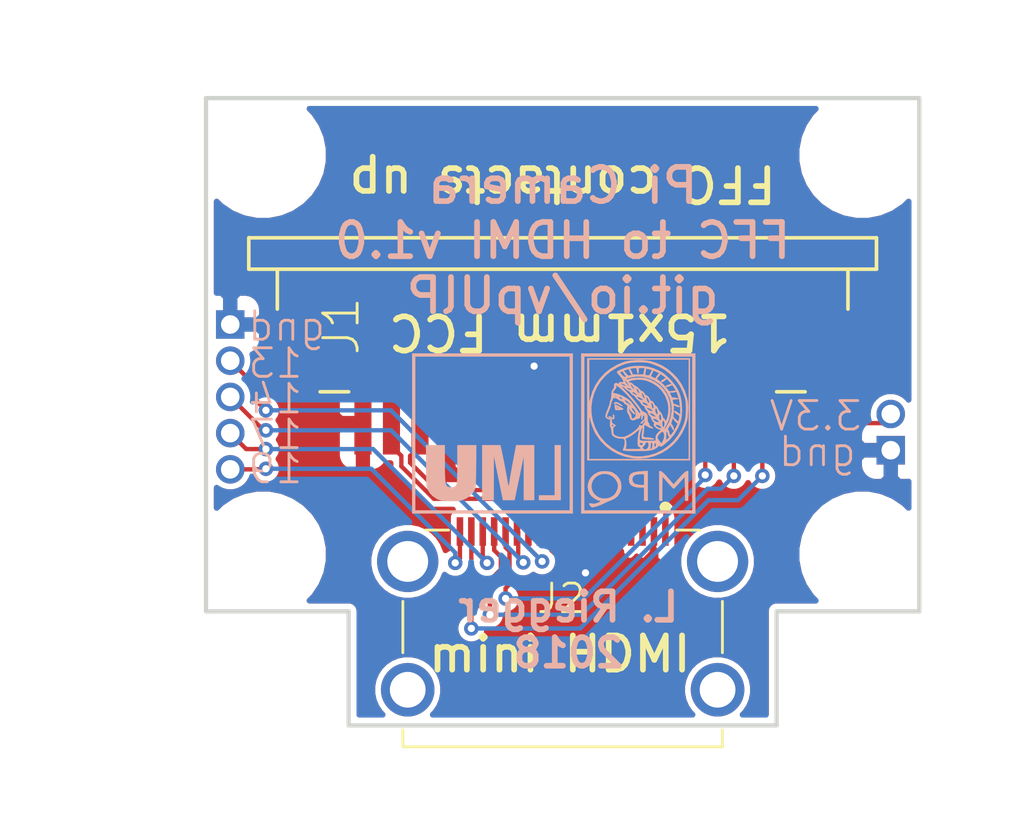
<source format=kicad_pcb>
(kicad_pcb (version 20171130) (host pcbnew "(5.0.0-rc2-dev-416-g86f744a)")

  (general
    (thickness 1.6)
    (drawings 20)
    (tracks 176)
    (zones 0)
    (modules 9)
    (nets 18)
  )

  (page A4)
  (layers
    (0 F.Cu signal)
    (31 B.Cu signal)
    (32 B.Adhes user)
    (33 F.Adhes user)
    (34 B.Paste user)
    (35 F.Paste user)
    (36 B.SilkS user)
    (37 F.SilkS user)
    (38 B.Mask user)
    (39 F.Mask user)
    (40 Dwgs.User user)
    (41 Cmts.User user)
    (42 Eco1.User user)
    (43 Eco2.User user)
    (44 Edge.Cuts user)
    (45 Margin user)
    (46 B.CrtYd user)
    (47 F.CrtYd user)
    (48 B.Fab user)
    (49 F.Fab user)
  )

  (setup
    (last_trace_width 0.1524)
    (trace_clearance 0.1524)
    (zone_clearance 0.2)
    (zone_45_only no)
    (trace_min 0.1524)
    (segment_width 0.2)
    (edge_width 0.15)
    (via_size 0.508)
    (via_drill 0.254)
    (via_min_size 0.508)
    (via_min_drill 0.254)
    (uvia_size 0.508)
    (uvia_drill 0.254)
    (uvias_allowed no)
    (uvia_min_size 0.2)
    (uvia_min_drill 0.1)
    (pcb_text_width 0.3)
    (pcb_text_size 1.5 1.5)
    (mod_edge_width 0.15)
    (mod_text_size 1 1)
    (mod_text_width 0.15)
    (pad_size 2.2 2.2)
    (pad_drill 2.2)
    (pad_to_mask_clearance 0.0508)
    (aux_axis_origin 0 0)
    (visible_elements FFFFFF7F)
    (pcbplotparams
      (layerselection 0x010fc_ffffffff)
      (usegerberextensions false)
      (usegerberattributes false)
      (usegerberadvancedattributes false)
      (creategerberjobfile false)
      (excludeedgelayer true)
      (linewidth 0.100000)
      (plotframeref false)
      (viasonmask false)
      (mode 1)
      (useauxorigin false)
      (hpglpennumber 1)
      (hpglpenspeed 20)
      (hpglpendiameter 15)
      (psnegative false)
      (psa4output false)
      (plotreference true)
      (plotvalue true)
      (plotinvisibletext false)
      (padsonsilk false)
      (subtractmaskfromsilk false)
      (outputformat 1)
      (mirror false)
      (drillshape 0)
      (scaleselection 1)
      (outputdirectory /Users/luis/Desktop/))
  )

  (net 0 "")
  (net 1 Earth)
  (net 2 /SCL)
  (net 3 /SDA)
  (net 4 +3V3)
  (net 5 /s13)
  (net 6 /s14)
  (net 7 /s17)
  (net 8 /s19)
  (net 9 /HDMI-housing)
  (net 10 /L4_P)
  (net 11 /L4_N)
  (net 12 /L3_P)
  (net 13 /L3_N)
  (net 14 /L2_P)
  (net 15 /L2_N)
  (net 16 /CAM-GPIO_N)
  (net 17 /CAM-GPIO_P)

  (net_class Default "This is the default net class."
    (clearance 0.1524)
    (trace_width 0.1524)
    (via_dia 0.508)
    (via_drill 0.254)
    (uvia_dia 0.508)
    (uvia_drill 0.254)
    (diff_pair_gap 0.1524)
    (diff_pair_width 1.524)
    (add_net +3V3)
    (add_net /CAM-GPIO_N)
    (add_net /CAM-GPIO_P)
    (add_net /HDMI-housing)
    (add_net /L2_N)
    (add_net /L2_P)
    (add_net /L3_N)
    (add_net /L3_P)
    (add_net /L4_N)
    (add_net /L4_P)
    (add_net /SCL)
    (add_net /SDA)
    (add_net /s13)
    (add_net /s14)
    (add_net /s17)
    (add_net /s19)
    (add_net Earth)
  )

  (module lib-fp:MountingHole_2.2mm_M2_nosoldermask (layer F.Cu) (tedit 5AD5CBDA) (tstamp 5AE1AC65)
    (at 121 91)
    (descr "Mounting Hole 2.2mm, no annular, M2")
    (tags "mounting hole 2.2mm no annular m2")
    (attr virtual)
    (fp_text reference REF** (at 0 -3.2) (layer F.SilkS) hide
      (effects (font (size 1 1) (thickness 0.15)))
    )
    (fp_text value 2.2mm_M2 (at -1.5 4) (layer F.Fab)
      (effects (font (size 1 1) (thickness 0.15)))
    )
    (fp_text user %R (at 0.3 0) (layer F.Fab)
      (effects (font (size 1 1) (thickness 0.15)))
    )
    (fp_circle (center 0 0) (end 2.2 0) (layer Cmts.User) (width 0.15))
    (fp_circle (center 0 0) (end 2.45 0) (layer F.CrtYd) (width 0.05))
    (pad "" np_thru_hole circle (at 0 0) (size 2.2 2.2) (drill 2.2) (layers *.Cu *.Mask)
      (solder_mask_margin 1) (clearance 1.1) (zone_connect 0))
  )

  (module lib-fp:MountingHole_2.2mm_M2_nosoldermask (layer F.Cu) (tedit 5AD5CBDA) (tstamp 5AE1AC5E)
    (at 100 91)
    (descr "Mounting Hole 2.2mm, no annular, M2")
    (tags "mounting hole 2.2mm no annular m2")
    (attr virtual)
    (fp_text reference REF** (at 0 -3.2) (layer F.SilkS) hide
      (effects (font (size 1 1) (thickness 0.15)))
    )
    (fp_text value 2.2mm_M2 (at -1.5 4) (layer F.Fab)
      (effects (font (size 1 1) (thickness 0.15)))
    )
    (fp_text user %R (at 0.3 0) (layer F.Fab)
      (effects (font (size 1 1) (thickness 0.15)))
    )
    (fp_circle (center 0 0) (end 2.2 0) (layer Cmts.User) (width 0.15))
    (fp_circle (center 0 0) (end 2.45 0) (layer F.CrtYd) (width 0.05))
    (pad "" np_thru_hole circle (at 0 0) (size 2.2 2.2) (drill 2.2) (layers *.Cu *.Mask)
      (solder_mask_margin 1) (clearance 1.1) (zone_connect 0))
  )

  (module lib-fp:MountingHole_2.2mm_M2_nosoldermask (layer F.Cu) (tedit 5AD5CBDA) (tstamp 5AE1AC57)
    (at 121 77)
    (descr "Mounting Hole 2.2mm, no annular, M2")
    (tags "mounting hole 2.2mm no annular m2")
    (attr virtual)
    (fp_text reference REF** (at 0 -3.2) (layer F.SilkS) hide
      (effects (font (size 1 1) (thickness 0.15)))
    )
    (fp_text value 2.2mm_M2 (at -1.5 4) (layer F.Fab)
      (effects (font (size 1 1) (thickness 0.15)))
    )
    (fp_text user %R (at 0.3 0) (layer F.Fab)
      (effects (font (size 1 1) (thickness 0.15)))
    )
    (fp_circle (center 0 0) (end 2.2 0) (layer Cmts.User) (width 0.15))
    (fp_circle (center 0 0) (end 2.45 0) (layer F.CrtYd) (width 0.05))
    (pad "" np_thru_hole circle (at 0 0) (size 2.2 2.2) (drill 2.2) (layers *.Cu *.Mask)
      (solder_mask_margin 1) (clearance 1.1) (zone_connect 0))
  )

  (module lib-fp:MountingHole_2.2mm_M2_nosoldermask (layer F.Cu) (tedit 5AD5CBDA) (tstamp 5AE1AC2B)
    (at 100 77)
    (descr "Mounting Hole 2.2mm, no annular, M2")
    (tags "mounting hole 2.2mm no annular m2")
    (attr virtual)
    (fp_text reference REF** (at 0 -3.2) (layer F.SilkS) hide
      (effects (font (size 1 1) (thickness 0.15)))
    )
    (fp_text value 2.2mm_M2 (at -1.5 4) (layer F.Fab)
      (effects (font (size 1 1) (thickness 0.15)))
    )
    (fp_text user %R (at 0.3 0) (layer F.Fab)
      (effects (font (size 1 1) (thickness 0.15)))
    )
    (fp_circle (center 0 0) (end 2.2 0) (layer Cmts.User) (width 0.15))
    (fp_circle (center 0 0) (end 2.45 0) (layer F.CrtYd) (width 0.05))
    (pad "" np_thru_hole circle (at 0 0) (size 2.2 2.2) (drill 2.2) (layers *.Cu *.Mask)
      (solder_mask_margin 1) (clearance 1.1) (zone_connect 0))
  )

  (module lib-fp:LOGO (layer B.Cu) (tedit 0) (tstamp 5AE1ACA4)
    (at 110.2 86.75 180)
    (fp_text reference G*** (at 0 0 180) (layer B.SilkS) hide
      (effects (font (size 1.524 1.524) (thickness 0.3)) (justify mirror))
    )
    (fp_text value LOGO (at 0.75 0 180) (layer B.SilkS) hide
      (effects (font (size 1.524 1.524) (thickness 0.3)) (justify mirror))
    )
    (fp_poly (pts (xy -0.9525 -2.815166) (xy -4.953 -2.815166) (xy -4.953 2.688167) (xy -4.847167 2.688167)
      (xy -4.847167 -2.709333) (xy -1.058334 -2.709333) (xy -1.058334 2.688167) (xy -4.847167 2.688167)
      (xy -4.953 2.688167) (xy -4.953 2.794) (xy -0.9525 2.794) (xy -0.9525 -2.815166)) (layer B.SilkS) (width 0.01))
    (fp_poly (pts (xy 4.974166 -2.815166) (xy -0.656167 -2.815166) (xy -0.656167 2.688167) (xy -0.550334 2.688167)
      (xy -0.550334 -2.709333) (xy 4.868333 -2.709333) (xy 4.868333 2.688167) (xy -0.550334 2.688167)
      (xy -0.656167 2.688167) (xy -0.656167 2.794) (xy 4.974166 2.794) (xy 4.974166 -2.815166)) (layer B.SilkS) (width 0.01))
    (fp_poly (pts (xy -1.641118 -1.343723) (xy -1.557001 -1.363647) (xy -1.420895 -1.434775) (xy -1.313411 -1.52987)
      (xy -1.23651 -1.643081) (xy -1.192154 -1.768558) (xy -1.182307 -1.90045) (xy -1.208929 -2.032907)
      (xy -1.273983 -2.160077) (xy -1.284837 -2.175206) (xy -1.331707 -2.223552) (xy -1.398569 -2.275295)
      (xy -1.472737 -2.322389) (xy -1.541526 -2.356793) (xy -1.592248 -2.370462) (xy -1.592792 -2.370468)
      (xy -1.625931 -2.378094) (xy -1.622239 -2.397757) (xy -1.584069 -2.425469) (xy -1.550459 -2.44215)
      (xy -1.425686 -2.477829) (xy -1.304551 -2.471995) (xy -1.285875 -2.467247) (xy -1.242752 -2.46039)
      (xy -1.228007 -2.475464) (xy -1.227667 -2.481099) (xy -1.240699 -2.511161) (xy -1.271181 -2.550995)
      (xy -1.306194 -2.586063) (xy -1.332817 -2.601827) (xy -1.334865 -2.601726) (xy -1.35895 -2.596581)
      (xy -1.411456 -2.585162) (xy -1.4605 -2.574434) (xy -1.539356 -2.551112) (xy -1.634311 -2.514467)
      (xy -1.724846 -2.472421) (xy -1.725084 -2.472298) (xy -1.814237 -2.42913) (xy -1.906068 -2.389338)
      (xy -1.980829 -2.361475) (xy -1.981397 -2.361294) (xy -2.119037 -2.297658) (xy -2.228849 -2.205511)
      (xy -2.307264 -2.089576) (xy -2.350709 -1.954574) (xy -2.358518 -1.862666) (xy -2.357647 -1.856083)
      (xy -2.243667 -1.856083) (xy -2.228384 -1.947465) (xy -2.188264 -2.047117) (xy -2.131898 -2.137909)
      (xy -2.070875 -2.200543) (xy -1.952892 -2.264264) (xy -1.821946 -2.295431) (xy -1.68953 -2.292859)
      (xy -1.567137 -2.255366) (xy -1.56218 -2.252906) (xy -1.448883 -2.176016) (xy -1.369492 -2.081508)
      (xy -1.322832 -1.975455) (xy -1.307726 -1.863929) (xy -1.322997 -1.753004) (xy -1.367471 -1.648753)
      (xy -1.439969 -1.55725) (xy -1.539317 -1.484566) (xy -1.664337 -1.436777) (xy -1.722371 -1.425839)
      (xy -1.843525 -1.428389) (xy -1.96071 -1.465076) (xy -2.066576 -1.529835) (xy -2.153773 -1.616599)
      (xy -2.21495 -1.719301) (xy -2.242756 -1.831874) (xy -2.243667 -1.856083) (xy -2.357647 -1.856083)
      (xy -2.339134 -1.716201) (xy -2.281472 -1.587304) (xy -2.186269 -1.47711) (xy -2.054262 -1.386756)
      (xy -2.04759 -1.383238) (xy -1.968068 -1.356355) (xy -1.863281 -1.340387) (xy -1.749031 -1.335966)
      (xy -1.641118 -1.343723)) (layer B.SilkS) (width 0.01))
    (fp_poly (pts (xy -4.619665 -1.3441) (xy -4.574938 -1.377975) (xy -4.512577 -1.438239) (xy -4.429169 -1.528004)
      (xy -4.394901 -1.566373) (xy -4.188463 -1.799246) (xy -3.985233 -1.566373) (xy -3.896073 -1.466595)
      (xy -3.828718 -1.397134) (xy -3.77943 -1.354548) (xy -3.744474 -1.335392) (xy -3.732502 -1.3335)
      (xy -3.683 -1.3335) (xy -3.683 -2.370666) (xy -3.787957 -2.370666) (xy -3.793687 -1.946746)
      (xy -3.799417 -1.522827) (xy -3.986286 -1.73508) (xy -4.056487 -1.813379) (xy -4.11742 -1.878652)
      (xy -4.163392 -1.924998) (xy -4.188714 -1.946516) (xy -4.191 -1.947333) (xy -4.210835 -1.932282)
      (xy -4.252613 -1.891062) (xy -4.310644 -1.829573) (xy -4.379238 -1.753717) (xy -4.395715 -1.73508)
      (xy -4.582584 -1.522827) (xy -4.588314 -1.946746) (xy -4.594044 -2.370666) (xy -4.699 -2.370666)
      (xy -4.699 -1.3335) (xy -4.65017 -1.3335) (xy -4.619665 -1.3441)) (layer B.SilkS) (width 0.01))
    (fp_poly (pts (xy -3.057262 -1.339782) (xy -2.906709 -1.353545) (xy -2.793451 -1.377498) (xy -2.71307 -1.414632)
      (xy -2.661144 -1.467938) (xy -2.633252 -1.540407) (xy -2.624979 -1.63227) (xy -2.641259 -1.735647)
      (xy -2.691107 -1.814246) (xy -2.774927 -1.868358) (xy -2.893123 -1.89827) (xy -3.004987 -1.905)
      (xy -3.153834 -1.905) (xy -3.153834 -2.370666) (xy -3.280834 -2.370666) (xy -3.280834 -1.826021)
      (xy -3.153834 -1.826021) (xy -3.010454 -1.815762) (xy -2.929474 -1.806185) (xy -2.859827 -1.791332)
      (xy -2.819905 -1.776046) (xy -2.768417 -1.721316) (xy -2.742845 -1.647058) (xy -2.748139 -1.570522)
      (xy -2.755516 -1.551678) (xy -2.79814 -1.494225) (xy -2.863983 -1.458509) (xy -2.959602 -1.441766)
      (xy -3.021542 -1.439645) (xy -3.153834 -1.439333) (xy -3.153834 -1.826021) (xy -3.280834 -1.826021)
      (xy -3.280834 -1.327121) (xy -3.057262 -1.339782)) (layer B.SilkS) (width 0.01))
    (fp_poly (pts (xy -1.164167 -0.9525) (xy -4.7625 -0.9525) (xy -4.7625 2.582334) (xy -4.720167 2.582334)
      (xy -4.720167 -0.910166) (xy -1.227667 -0.910166) (xy -1.230142 -0.121708) (xy -1.231186 0.09305)
      (xy -1.232861 0.266514) (xy -1.2352 0.39972) (xy -1.238237 0.493701) (xy -1.242004 0.549493)
      (xy -1.246535 0.568132) (xy -1.251752 0.551331) (xy -1.279746 0.427213) (xy -1.323147 0.286725)
      (xy -1.376029 0.146253) (xy -1.432468 0.022187) (xy -1.463352 -0.033907) (xy -1.62288 -0.259217)
      (xy -1.809258 -0.452741) (xy -2.019666 -0.612888) (xy -2.251284 -0.738064) (xy -2.501292 -0.82668)
      (xy -2.766869 -0.877143) (xy -2.978697 -0.889) (xy -3.242635 -0.868566) (xy -3.495877 -0.808986)
      (xy -3.734851 -0.712846) (xy -3.955991 -0.582727) (xy -4.155724 -0.421214) (xy -4.330483 -0.230891)
      (xy -4.476697 -0.014342) (xy -4.590797 0.225851) (xy -4.616282 0.296334) (xy -4.646267 0.390237)
      (xy -4.666772 0.471226) (xy -4.680061 0.553185) (xy -4.688398 0.649994) (xy -4.693942 0.772584)
      (xy -4.69598 0.85725) (xy -4.623367 0.85725) (xy -4.619992 0.687203) (xy -4.606264 0.544974)
      (xy -4.579287 0.41671) (xy -4.536167 0.288561) (xy -4.475606 0.150046) (xy -4.345328 -0.079256)
      (xy -4.185708 -0.281661) (xy -4.000583 -0.455085) (xy -3.793788 -0.597441) (xy -3.56916 -0.706647)
      (xy -3.330535 -0.780616) (xy -3.081748 -0.817263) (xy -2.826636 -0.814505) (xy -2.723972 -0.801946)
      (xy -2.474531 -0.742391) (xy -2.236201 -0.644456) (xy -2.01437 -0.511707) (xy -1.814426 -0.34771)
      (xy -1.641758 -0.156031) (xy -1.551588 -0.026173) (xy -1.432429 0.202752) (xy -1.352531 0.440276)
      (xy -1.310735 0.682411) (xy -1.305882 0.925171) (xy -1.336814 1.164566) (xy -1.402372 1.396612)
      (xy -1.501397 1.617319) (xy -1.63273 1.822701) (xy -1.795213 2.00877) (xy -1.987688 2.171539)
      (xy -2.208996 2.307021) (xy -2.233084 2.31912) (xy -2.375297 2.384923) (xy -2.500636 2.431526)
      (xy -2.622371 2.461878) (xy -2.753769 2.478925) (xy -2.908101 2.485615) (xy -2.9845 2.486043)
      (xy -3.104271 2.485076) (xy -3.193936 2.481618) (xy -3.265717 2.473919) (xy -3.331836 2.46023)
      (xy -3.404515 2.438803) (xy -3.471334 2.416378) (xy -3.685562 2.32992) (xy -3.87178 2.22488)
      (xy -4.042976 2.093206) (xy -4.139899 2.002066) (xy -4.291392 1.832605) (xy -4.411111 1.655671)
      (xy -4.507121 1.458234) (xy -4.553657 1.3335) (xy -4.58257 1.245215) (xy -4.602059 1.172896)
      (xy -4.614015 1.103626) (xy -4.62033 1.02449) (xy -4.622893 0.922572) (xy -4.623367 0.85725)
      (xy -4.69598 0.85725) (xy -4.697056 0.901917) (xy -4.69528 1.002646) (xy -4.687613 1.088319)
      (xy -4.673052 1.172485) (xy -4.660157 1.229717) (xy -4.580331 1.484374) (xy -4.467423 1.714314)
      (xy -4.318691 1.924344) (xy -4.177015 2.076504) (xy -3.986091 2.240157) (xy -3.787858 2.36687)
      (xy -3.572646 2.461969) (xy -3.36755 2.522305) (xy -3.218848 2.547211) (xy -3.047465 2.558774)
      (xy -2.867368 2.557369) (xy -2.69252 2.54337) (xy -2.536887 2.517153) (xy -2.465917 2.4981)
      (xy -2.210332 2.396141) (xy -1.978652 2.2613) (xy -1.773385 2.09637) (xy -1.597038 1.904143)
      (xy -1.452116 1.687411) (xy -1.341128 1.448968) (xy -1.266578 1.191606) (xy -1.259072 1.153584)
      (xy -1.251981 1.118615) (xy -1.246184 1.099412) (xy -1.24154 1.099059) (xy -1.237907 1.120643)
      (xy -1.235142 1.167247) (xy -1.233104 1.241957) (xy -1.23165 1.347859) (xy -1.230638 1.488037)
      (xy -1.229926 1.665576) (xy -1.229577 1.793875) (xy -1.227667 2.582334) (xy -4.720167 2.582334)
      (xy -4.7625 2.582334) (xy -4.7625 2.624667) (xy -1.164167 2.624667) (xy -1.164167 -0.9525)) (layer B.SilkS) (width 0.01))
    (fp_poly (pts (xy 3.386666 -1.069596) (xy 3.387091 -1.270586) (xy 3.388733 -1.433602) (xy 3.392141 -1.562998)
      (xy 3.397866 -1.663127) (xy 3.406458 -1.738344) (xy 3.418467 -1.793002) (xy 3.434443 -1.831456)
      (xy 3.454936 -1.858058) (xy 3.480496 -1.877164) (xy 3.489316 -1.882129) (xy 3.556724 -1.901633)
      (xy 3.63719 -1.902808) (xy 3.710835 -1.886758) (xy 3.745199 -1.867958) (xy 3.779737 -1.823288)
      (xy 3.806869 -1.760081) (xy 3.810539 -1.74625) (xy 3.815605 -1.703546) (xy 3.82022 -1.624749)
      (xy 3.824206 -1.516095) (xy 3.827386 -1.383824) (xy 3.829581 -1.234174) (xy 3.830612 -1.073382)
      (xy 3.830661 -1.042458) (xy 3.831166 -0.423333) (xy 4.4894 -0.423333) (xy 4.483075 -1.148291)
      (xy 4.481298 -1.342899) (xy 4.479501 -1.500008) (xy 4.477359 -1.624451) (xy 4.474548 -1.721059)
      (xy 4.47074 -1.794667) (xy 4.465612 -1.850107) (xy 4.458838 -1.892211) (xy 4.450092 -1.925813)
      (xy 4.439049 -1.955746) (xy 4.426848 -1.983608) (xy 4.351069 -2.105361) (xy 4.244101 -2.213915)
      (xy 4.116981 -2.299106) (xy 4.052346 -2.328596) (xy 3.988628 -2.350399) (xy 3.922782 -2.365437)
      (xy 3.843899 -2.375218) (xy 3.741073 -2.381247) (xy 3.65125 -2.383989) (xy 3.493462 -2.384517)
      (xy 3.367051 -2.378046) (xy 3.277003 -2.364848) (xy 3.27025 -2.363184) (xy 3.09812 -2.300529)
      (xy 2.957286 -2.209586) (xy 2.847133 -2.089885) (xy 2.792481 -1.998025) (xy 2.778796 -1.969604)
      (xy 2.767743 -1.9421) (xy 2.758998 -1.910777) (xy 2.752234 -1.870897) (xy 2.747125 -1.817723)
      (xy 2.743346 -1.746518) (xy 2.74057 -1.652546) (xy 2.738473 -1.53107) (xy 2.736728 -1.377352)
      (xy 2.735009 -1.186655) (xy 2.73477 -1.158875) (xy 2.728457 -0.423333) (xy 3.386666 -0.423333)
      (xy 3.386666 -1.069596)) (layer B.SilkS) (width 0.01))
    (fp_poly (pts (xy -0.021167 -2.180166) (xy 0.529166 -2.180166) (xy 0.529166 -2.3495) (xy -0.232834 -2.3495)
      (xy -0.232834 -0.423333) (xy -0.021167 -0.423333) (xy -0.021167 -2.180166)) (layer B.SilkS) (width 0.01))
    (fp_poly (pts (xy 1.405063 -0.820208) (xy 1.460525 -1.115919) (xy 1.510776 -1.39836) (xy 1.553988 -1.657063)
      (xy 1.57777 -1.80975) (xy 1.583924 -1.846558) (xy 1.589793 -1.864868) (xy 1.596644 -1.860669)
      (xy 1.605748 -1.829953) (xy 1.618375 -1.76871) (xy 1.635794 -1.672933) (xy 1.653953 -1.56921)
      (xy 1.680744 -1.418672) (xy 1.710377 -1.257968) (xy 1.741376 -1.094584) (xy 1.772263 -0.936002)
      (xy 1.801564 -0.789707) (xy 1.827802 -0.663183) (xy 1.849502 -0.563914) (xy 1.86429 -0.502708)
      (xy 1.885465 -0.423333) (xy 2.518833 -0.423333) (xy 2.518833 -2.3495) (xy 2.116666 -2.3495)
      (xy 2.115241 -1.561041) (xy 2.113815 -0.772583) (xy 1.966339 -1.49225) (xy 1.931181 -1.66402)
      (xy 1.898292 -1.825094) (xy 1.868754 -1.970142) (xy 1.843651 -2.093831) (xy 1.824063 -2.190831)
      (xy 1.811075 -2.255811) (xy 1.806245 -2.280708) (xy 1.793627 -2.3495) (xy 1.385276 -2.3495)
      (xy 1.06205 -0.79375) (xy 1.060191 -1.571625) (xy 1.058333 -2.3495) (xy 0.6985 -2.3495)
      (xy 0.6985 -0.423333) (xy 1.32876 -0.423333) (xy 1.405063 -0.820208)) (layer B.SilkS) (width 0.01))
    (fp_poly (pts (xy -2.81027 2.350324) (xy -2.680268 2.33386) (xy -2.575787 2.309754) (xy -2.482674 2.28092)
      (xy -2.390544 2.246917) (xy -2.308091 2.211626) (xy -2.244012 2.17893) (xy -2.207002 2.152711)
      (xy -2.201334 2.142613) (xy -2.214357 2.120499) (xy -2.249037 2.075283) (xy -2.29879 2.015403)
      (xy -2.31775 1.993454) (xy -2.385068 1.909279) (xy -2.424206 1.844513) (xy -2.434373 1.80167)
      (xy -2.414778 1.783266) (xy -2.382932 1.78627) (xy -2.325372 1.791216) (xy -2.284613 1.777743)
      (xy -2.271791 1.750259) (xy -2.273724 1.743029) (xy -2.27503 1.724311) (xy -2.249445 1.73262)
      (xy -2.244582 1.735177) (xy -2.178572 1.756737) (xy -2.129462 1.744848) (xy -2.104494 1.70512)
      (xy -2.099746 1.656632) (xy -2.105906 1.630122) (xy -2.103078 1.600451) (xy -2.078806 1.553787)
      (xy -2.065565 1.535081) (xy -2.030927 1.479158) (xy -2.014546 1.418104) (xy -2.010834 1.344105)
      (xy -2.006729 1.269396) (xy -1.996199 1.206473) (xy -1.987274 1.180863) (xy -1.968257 1.127666)
      (xy -1.957323 1.068066) (xy -1.94588 1.017158) (xy -1.920996 0.941692) (xy -1.887345 0.855375)
      (xy -1.875049 0.826703) (xy -1.829403 0.716444) (xy -1.804795 0.636497) (xy -1.801421 0.580325)
      (xy -1.819479 0.541394) (xy -1.859166 0.513166) (xy -1.884827 0.501941) (xy -1.970487 0.468292)
      (xy -1.960203 0.357587) (xy -1.959286 0.267023) (xy -1.977289 0.208111) (xy -1.980377 0.203398)
      (xy -2.001072 0.152795) (xy -2.010739 0.087679) (xy -2.010834 0.081335) (xy -2.016682 0.011692)
      (xy -2.030857 -0.049823) (xy -2.031843 -0.052503) (xy -2.071916 -0.104473) (xy -2.143411 -0.147888)
      (xy -2.235585 -0.177984) (xy -2.337697 -0.189997) (xy -2.341944 -0.190035) (xy -2.414443 -0.194745)
      (xy -2.45329 -0.209565) (xy -2.463653 -0.223981) (xy -2.475684 -0.291996) (xy -2.472952 -0.37916)
      (xy -2.456823 -0.465483) (xy -2.44475 -0.500681) (xy -2.424113 -0.555958) (xy -2.413416 -0.596107)
      (xy -2.413 -0.601031) (xy -2.432959 -0.608311) (xy -2.488032 -0.614456) (xy -2.571011 -0.619379)
      (xy -2.67469 -0.622997) (xy -2.791861 -0.625224) (xy -2.915319 -0.625976) (xy -3.037855 -0.625167)
      (xy -3.152264 -0.622714) (xy -3.251339 -0.618532) (xy -3.327872 -0.612535) (xy -3.33375 -0.611863)
      (xy -3.474198 -0.580219) (xy -3.587248 -0.523065) (xy -3.638654 -0.478536) (xy -3.674546 -0.444392)
      (xy -3.696507 -0.439941) (xy -3.71387 -0.457458) (xy -3.731338 -0.472846) (xy -3.755778 -0.470098)
      (xy -3.796498 -0.445944) (xy -3.841557 -0.413108) (xy -3.575323 -0.413108) (xy -3.568888 -0.456962)
      (xy -3.547166 -0.484307) (xy -3.535498 -0.486833) (xy -3.521204 -0.468197) (xy -3.513909 -0.422238)
      (xy -3.513689 -0.411977) (xy -3.449907 -0.411977) (xy -3.445128 -0.471791) (xy -3.427749 -0.523172)
      (xy -3.415897 -0.539246) (xy -3.387937 -0.563466) (xy -3.377806 -0.567216) (xy -3.377057 -0.544454)
      (xy -3.379085 -0.492156) (xy -3.381436 -0.453297) (xy -3.313096 -0.453297) (xy -3.287348 -0.517423)
      (xy -3.241863 -0.560273) (xy -3.198215 -0.5715) (xy -3.143971 -0.560246) (xy -3.109844 -0.537753)
      (xy -3.105205 -0.528969) (xy -3.032915 -0.528969) (xy -3.031762 -0.542793) (xy -3.015561 -0.552173)
      (xy -2.977996 -0.557904) (xy -2.91275 -0.56078) (xy -2.813507 -0.561596) (xy -2.773829 -0.561552)
      (xy -2.506055 -0.560916) (xy -2.526594 -0.470958) (xy -2.534532 -0.34219) (xy -2.525379 -0.285937)
      (xy -2.503626 -0.190875) (xy -2.611772 -0.141312) (xy -2.681019 -0.102855) (xy -2.764813 -0.046694)
      (xy -2.846716 0.016032) (xy -2.858442 0.025844) (xy -2.996966 0.143436) (xy -2.962659 0.002927)
      (xy -2.944857 -0.094873) (xy -2.933063 -0.207909) (xy -2.929968 -0.296333) (xy -2.932063 -0.378786)
      (xy -2.938071 -0.428997) (xy -2.950688 -0.457039) (xy -2.972612 -0.472986) (xy -2.977906 -0.475416)
      (xy -3.017875 -0.504389) (xy -3.032915 -0.528969) (xy -3.105205 -0.528969) (xy -3.094559 -0.508815)
      (xy -3.110729 -0.482617) (xy -3.127332 -0.468962) (xy -3.169483 -0.421949) (xy -3.189974 -0.384158)
      (xy -3.11172 -0.384158) (xy -3.097389 -0.409222) (xy -3.060147 -0.423255) (xy -3.018516 -0.414161)
      (xy -2.998807 -0.393652) (xy -2.997141 -0.357585) (xy -3.030116 -0.340757) (xy -3.062112 -0.338666)
      (xy -3.101586 -0.352472) (xy -3.11172 -0.384158) (xy -3.189974 -0.384158) (xy -3.194556 -0.375708)
      (xy -3.226091 -0.328237) (xy -3.264171 -0.317274) (xy -3.297751 -0.342469) (xy -3.312245 -0.379455)
      (xy -3.313096 -0.453297) (xy -3.381436 -0.453297) (xy -3.382205 -0.440593) (xy -3.389475 -0.370884)
      (xy -3.400628 -0.336627) (xy -3.41806 -0.330969) (xy -3.420296 -0.331733) (xy -3.441744 -0.359901)
      (xy -3.449907 -0.411977) (xy -3.513689 -0.411977) (xy -3.513667 -0.410986) (xy -3.519649 -0.357449)
      (xy -3.537916 -0.343343) (xy -3.540125 -0.343948) (xy -3.565919 -0.369763) (xy -3.575323 -0.413108)
      (xy -3.841557 -0.413108) (xy -3.842883 -0.412142) (xy -3.90339 -0.359833) (xy -3.661834 -0.359833)
      (xy -3.654089 -0.377255) (xy -3.647723 -0.373944) (xy -3.645189 -0.348824) (xy -3.647723 -0.345722)
      (xy -3.660306 -0.348627) (xy -3.661834 -0.359833) (xy -3.90339 -0.359833) (xy -4.043097 -0.239055)
      (xy -4.142829 -0.121907) (xy -4.046858 -0.121907) (xy -4.027488 -0.15009) (xy -4.00164 -0.178618)
      (xy -3.959617 -0.221831) (xy -3.932699 -0.249101) (xy -3.927557 -0.253999) (xy -3.92703 -0.234586)
      (xy -3.926694 -0.183365) (xy -3.926614 -0.11086) (xy -3.926625 -0.100541) (xy -3.927391 -0.082298)
      (xy -3.861878 -0.082298) (xy -3.852334 -0.169293) (xy -3.849235 -0.181355) (xy -3.8296 -0.237613)
      (xy -3.80395 -0.293304) (xy -3.778572 -0.336702) (xy -3.75975 -0.356077) (xy -3.756051 -0.355202)
      (xy -3.740615 -0.3366) (xy -3.707773 -0.295763) (xy -3.684835 -0.266964) (xy -3.646306 -0.21032)
      (xy -3.622839 -0.160169) (xy -3.6195 -0.142765) (xy -3.633787 -0.105258) (xy -3.670552 -0.053274)
      (xy -3.704223 -0.01613) (xy -3.756601 0.032146) (xy -3.790904 0.051583) (xy -3.815326 0.046537)
      (xy -3.818088 0.044405) (xy -3.849839 -0.00654) (xy -3.861878 -0.082298) (xy -3.927391 -0.082298)
      (xy -3.93029 -0.013258) (xy -3.939822 0.039901) (xy -3.953447 0.056929) (xy -3.969395 0.035819)
      (xy -3.985892 -0.025438) (xy -3.987152 -0.031974) (xy -4.001601 -0.091681) (xy -4.018235 -0.116967)
      (xy -4.040069 -0.116413) (xy -4.046858 -0.121907) (xy -4.142829 -0.121907) (xy -4.206455 -0.047172)
      (xy -4.335342 0.166418) (xy -4.36114 0.220635) (xy -4.412063 0.346543) (xy -4.330405 0.346543)
      (xy -4.321971 0.313707) (xy -4.298933 0.259836) (xy -4.26502 0.19248) (xy -4.223961 0.119185)
      (xy -4.179486 0.0475) (xy -4.148361 0.00238) (xy -4.105076 -0.050653) (xy -4.075122 -0.067374)
      (xy -4.054007 -0.04601) (xy -4.03724 0.015213) (xy -4.031184 0.048649) (xy -4.015477 0.104632)
      (xy -3.993608 0.120296) (xy -3.989424 0.119157) (xy -3.98828 0.12093) (xy -3.750394 0.12093)
      (xy -3.663506 0.036596) (xy -3.596109 -0.040091) (xy -3.562424 -0.111134) (xy -3.557501 -0.188134)
      (xy -3.559731 -0.206645) (xy -3.568186 -0.264583) (xy -3.297619 -0.268688) (xy -3.185766 -0.269948)
      (xy -3.1088 -0.269069) (xy -3.059288 -0.265057) (xy -3.029799 -0.256918) (xy -3.012902 -0.24366)
      (xy -3.003839 -0.229417) (xy -2.995816 -0.187169) (xy -2.998745 -0.121037) (xy -3.010241 -0.041812)
      (xy -3.027919 0.039714) (xy -3.049392 0.112751) (xy -3.072276 0.166507) (xy -3.094184 0.190192)
      (xy -3.096668 0.1905) (xy -3.106912 0.173551) (xy -3.102814 0.142875) (xy -3.093849 0.097422)
      (xy -3.083966 0.026058) (xy -3.07615 -0.047127) (xy -3.070838 -0.127082) (xy -3.073717 -0.173719)
      (xy -3.085697 -0.195422) (xy -3.092597 -0.198805) (xy -3.135273 -0.206839) (xy -3.201716 -0.213536)
      (xy -3.281153 -0.218528) (xy -3.36281 -0.221448) (xy -3.435913 -0.221927) (xy -3.489688 -0.219597)
      (xy -3.513361 -0.21409) (xy -3.513667 -0.213189) (xy -3.494517 -0.197707) (xy -3.444785 -0.180928)
      (xy -3.376048 -0.165398) (xy -3.299881 -0.153663) (xy -3.22786 -0.148271) (xy -3.218056 -0.148166)
      (xy -3.160688 -0.142973) (xy -3.131614 -0.12179) (xy -3.125769 -0.076216) (xy -3.135455 -0.011129)
      (xy -3.146252 0.066553) (xy -3.152443 0.153178) (xy -3.152912 0.173376) (xy -3.156723 0.234179)
      (xy -3.165329 0.27491) (xy -3.170544 0.282996) (xy -3.196042 0.277994) (xy -3.243392 0.254011)
      (xy -3.279563 0.231329) (xy -3.337957 0.198689) (xy -3.396735 0.175947) (xy -3.44449 0.166264)
      (xy -3.469814 0.172801) (xy -3.471334 0.178191) (xy -3.45513 0.193714) (xy -3.414574 0.221878)
      (xy -3.397119 0.232915) (xy -3.35398 0.265741) (xy -3.334821 0.293033) (xy -3.335692 0.299475)
      (xy -3.332514 0.328491) (xy -3.309366 0.363414) (xy -3.284479 0.404717) (xy -3.278265 0.446244)
      (xy -3.206145 0.446244) (xy -3.203887 0.442292) (xy -3.181194 0.406435) (xy -3.147435 0.352507)
      (xy -3.135519 0.333375) (xy -3.102224 0.281611) (xy -3.079767 0.259394) (xy -3.056291 0.260536)
      (xy -3.025442 0.275912) (xy -2.993984 0.286615) (xy -2.984666 0.266307) (xy -2.9845 0.258897)
      (xy -2.966786 0.214828) (xy -2.91874 0.157775) (xy -2.848004 0.093462) (xy -2.762223 0.027614)
      (xy -2.669039 -0.034046) (xy -2.576097 -0.085795) (xy -2.491038 -0.121908) (xy -2.465917 -0.129441)
      (xy -2.366629 -0.139571) (xy -2.258507 -0.126408) (xy -2.163278 -0.093043) (xy -2.147598 -0.08416)
      (xy -2.106617 -0.054531) (xy -2.084607 -0.020997) (xy -2.07431 0.031467) (xy -2.07097 0.074496)
      (xy -2.075675 0.16791) (xy -2.102847 0.22809) (xy -2.151595 0.253305) (xy -2.163479 0.254)
      (xy -2.162596 0.261646) (xy -2.084591 0.261646) (xy -2.066796 0.237267) (xy -2.043316 0.232834)
      (xy -2.023752 0.248807) (xy -2.025984 0.275613) (xy -2.040491 0.304403) (xy -2.064811 0.295441)
      (xy -2.066103 0.294382) (xy -2.084591 0.261646) (xy -2.162596 0.261646) (xy -2.162331 0.263934)
      (xy -2.132175 0.289405) (xy -2.101043 0.3108) (xy -2.048011 0.34905) (xy -2.024771 0.380186)
      (xy -2.023301 0.416121) (xy -2.024747 0.424108) (xy -2.027234 0.461284) (xy -2.009687 0.486136)
      (xy -1.962826 0.509821) (xy -1.948651 0.515587) (xy -1.892989 0.542751) (xy -1.85651 0.569648)
      (xy -1.850698 0.578063) (xy -1.854183 0.608853) (xy -1.872649 0.666967) (xy -1.902501 0.741686)
      (xy -1.914905 0.769624) (xy -1.949601 0.851866) (xy -1.975739 0.925448) (xy -1.988905 0.977552)
      (xy -1.989667 0.986791) (xy -1.997973 1.036895) (xy -2.019128 1.10524) (xy -2.034191 1.143401)
      (xy -2.061766 1.203178) (xy -2.084348 1.232128) (xy -2.11244 1.238819) (xy -2.145316 1.234023)
      (xy -2.209237 1.209241) (xy -2.262429 1.171491) (xy -2.31166 1.136635) (xy -2.35991 1.121838)
      (xy -2.360536 1.121834) (xy -2.408673 1.103909) (xy -2.443423 1.067972) (xy -2.486257 1.0217)
      (xy -2.529105 0.994953) (xy -2.557481 0.980699) (xy -2.5708 0.958116) (xy -2.572364 0.915262)
      (xy -2.567245 0.857104) (xy -2.562636 0.781947) (xy -2.570097 0.731145) (xy -2.592763 0.687675)
      (xy -2.600414 0.676981) (xy -2.631196 0.625099) (xy -2.645673 0.580521) (xy -2.645834 0.577067)
      (xy -2.66329 0.509835) (xy -2.707986 0.464994) (xy -2.768414 0.448316) (xy -2.833069 0.465574)
      (xy -2.848163 0.475577) (xy -2.901126 0.499795) (xy -2.947459 0.507327) (xy -2.992613 0.516934)
      (xy -3.005667 0.546288) (xy -3.017843 0.59461) (xy -3.018233 0.59531) (xy -2.957834 0.59531)
      (xy -2.942328 0.605455) (xy -2.939541 0.608189) (xy -2.922821 0.635941) (xy -2.925088 0.646144)
      (xy -2.940834 0.639792) (xy -2.95139 0.620038) (xy -2.957834 0.59531) (xy -3.018233 0.59531)
      (xy -3.033355 0.622442) (xy -3.049844 0.640193) (xy -3.057373 0.629822) (xy -3.058397 0.585274)
      (xy -3.057734 0.562294) (xy -3.06001 0.498482) (xy -3.071918 0.472223) (xy -3.077671 0.472233)
      (xy -3.093352 0.496593) (xy -3.100816 0.545551) (xy -3.100917 0.552302) (xy -3.110564 0.606898)
      (xy -3.132469 0.626774) (xy -3.156081 0.61095) (xy -3.170814 0.558789) (xy -3.167853 0.509806)
      (xy -3.142545 0.46667) (xy -3.102022 0.427144) (xy -3.057774 0.386128) (xy -3.03075 0.356905)
      (xy -3.026834 0.349897) (xy -3.042505 0.338011) (xy -3.075532 0.340341) (xy -3.104936 0.353141)
      (xy -3.112166 0.365125) (xy -3.128337 0.395043) (xy -3.166468 0.430686) (xy -3.167859 0.431708)
      (xy -3.199919 0.451314) (xy -3.206145 0.446244) (xy -3.278265 0.446244) (xy -3.275735 0.463151)
      (xy -3.277177 0.515897) (xy -3.277164 0.550334) (xy -3.235158 0.550334) (xy -3.231832 0.520285)
      (xy -3.224482 0.523875) (xy -3.221687 0.567211) (xy -3.224482 0.576792) (xy -3.232208 0.579451)
      (xy -3.235158 0.550334) (xy -3.277164 0.550334) (xy -3.277147 0.592562) (xy -3.268368 0.624417)
      (xy -3.217334 0.624417) (xy -3.20675 0.613834) (xy -3.196167 0.624417) (xy -3.20675 0.635)
      (xy -3.217334 0.624417) (xy -3.268368 0.624417) (xy -3.262333 0.646313) (xy -3.249107 0.66675)
      (xy -3.196167 0.66675) (xy -3.185584 0.656167) (xy -3.175 0.66675) (xy -3.17714 0.66889)
      (xy -2.866107 0.66889) (xy -2.857317 0.59604) (xy -2.825993 0.545746) (xy -2.773228 0.512764)
      (xy -2.736909 0.518384) (xy -2.722182 0.541482) (xy -2.71109 0.591532) (xy -2.709334 0.617518)
      (xy -2.696637 0.663976) (xy -2.667 0.713891) (xy -2.636043 0.770352) (xy -2.625161 0.827234)
      (xy -2.63629 0.869671) (xy -2.645591 0.878267) (xy -2.657465 0.874788) (xy -2.653337 0.856857)
      (xy -2.660298 0.816986) (xy -2.703663 0.758161) (xy -2.721375 0.739341) (xy -2.769169 0.693303)
      (xy -2.80597 0.663099) (xy -2.819463 0.656167) (xy -2.836288 0.669648) (xy -2.823927 0.706717)
      (xy -2.784363 0.762318) (xy -2.772368 0.776348) (xy -2.73669 0.823704) (xy -2.71997 0.859758)
      (xy -2.7207 0.869101) (xy -2.74236 0.887273) (xy -2.770649 0.873804) (xy -2.811687 0.825673)
      (xy -2.813419 0.823338) (xy -2.851268 0.74921) (xy -2.866107 0.66889) (xy -3.17714 0.66889)
      (xy -3.185584 0.677334) (xy -3.196167 0.66675) (xy -3.249107 0.66675) (xy -3.238982 0.682394)
      (xy -3.144653 0.682394) (xy -3.123848 0.679005) (xy -3.096394 0.682897) (xy -3.096066 0.690122)
      (xy -3.124396 0.695175) (xy -3.136636 0.691793) (xy -3.144653 0.682394) (xy -3.238982 0.682394)
      (xy -3.2386 0.682984) (xy -3.194806 0.722644) (xy -3.159665 0.736835) (xy -3.026336 0.736835)
      (xy -3.025255 0.708047) (xy -3.022223 0.703528) (xy -3.00562 0.698496) (xy -2.979716 0.718164)
      (xy -2.940508 0.766651) (xy -2.888864 0.840825) (xy -2.82701 0.929074) (xy -2.7797 0.992371)
      (xy -2.688167 0.992371) (xy -2.675865 0.974222) (xy -2.65087 0.981192) (xy -2.632322 1.005417)
      (xy -2.606131 1.03354) (xy -2.591477 1.037167) (xy -2.558236 1.051895) (xy -2.517654 1.086017)
      (xy -2.485533 1.124441) (xy -2.4765 1.146992) (xy -2.48941 1.163938) (xy -2.527145 1.148421)
      (xy -2.588216 1.101136) (xy -2.60344 1.087621) (xy -2.650736 1.041684) (xy -2.681491 1.00566)
      (xy -2.688167 0.992371) (xy -2.7797 0.992371) (xy -2.760777 1.017687) (xy -2.702082 1.090856)
      (xy -2.688622 1.106422) (xy -2.609414 1.177592) (xy -2.553476 1.215013) (xy -2.391834 1.215013)
      (xy -2.385663 1.189422) (xy -2.360839 1.190795) (xy -2.329433 1.205912) (xy -2.291665 1.237389)
      (xy -2.279162 1.257291) (xy -2.277862 1.272469) (xy -2.192459 1.272469) (xy -2.167219 1.275577)
      (xy -2.137834 1.291167) (xy -2.117998 1.307606) (xy -2.137063 1.311938) (xy -2.141876 1.31201)
      (xy -2.180148 1.301224) (xy -2.19075 1.291167) (xy -2.192459 1.272469) (xy -2.277862 1.272469)
      (xy -2.277525 1.276395) (xy -2.30099 1.275511) (xy -2.329589 1.266391) (xy -2.373193 1.242641)
      (xy -2.391825 1.215529) (xy -2.391834 1.215013) (xy -2.553476 1.215013) (xy -2.502664 1.249004)
      (xy -2.382437 1.313105) (xy -2.262801 1.362341) (xy -2.163823 1.388259) (xy -2.105917 1.400783)
      (xy -2.068256 1.415187) (xy -2.062562 1.42009) (xy -2.0694 1.444274) (xy -2.098644 1.487351)
      (xy -2.125816 1.519625) (xy -2.169317 1.573128) (xy -2.183481 1.607236) (xy -2.175571 1.625963)
      (xy -2.161422 1.654024) (xy -2.165043 1.664098) (xy -2.193167 1.663872) (xy -2.243558 1.634809)
      (xy -2.312052 1.581141) (xy -2.394486 1.507101) (xy -2.486695 1.41692) (xy -2.584517 1.314831)
      (xy -2.683788 1.205065) (xy -2.780343 1.091853) (xy -2.870018 0.979429) (xy -2.948651 0.872025)
      (xy -2.958605 0.857537) (xy -3.005019 0.784487) (xy -3.026336 0.736835) (xy -3.159665 0.736835)
      (xy -3.149948 0.740759) (xy -3.147006 0.740872) (xy -3.105251 0.757789) (xy -3.057868 0.810799)
      (xy -3.037479 0.841317) (xy -2.942006 0.979238) (xy -2.819959 1.134568) (xy -2.678298 1.298877)
      (xy -2.523982 1.463737) (xy -2.521299 1.466487) (xy -2.442397 1.548288) (xy -2.391804 1.60358)
      (xy -2.367352 1.635234) (xy -2.366873 1.646121) (xy -2.388197 1.639112) (xy -2.392481 1.637024)
      (xy -2.451615 1.600252) (xy -2.498575 1.558927) (xy -2.502241 1.554528) (xy -2.54977 1.511638)
      (xy -2.59802 1.483937) (xy -2.648314 1.450692) (xy -2.678112 1.41228) (xy -2.711118 1.37125)
      (xy -2.763271 1.33541) (xy -2.767257 1.3335) (xy -2.816941 1.302095) (xy -2.846818 1.267804)
      (xy -2.848122 1.264509) (xy -2.871236 1.229935) (xy -2.916021 1.184115) (xy -2.943657 1.160425)
      (xy -2.991523 1.118006) (xy -3.021591 1.083756) (xy -3.026834 1.072031) (xy -3.042205 1.038159)
      (xy -3.078153 0.996912) (xy -3.119427 0.963465) (xy -3.14694 0.9525) (xy -3.16942 0.934772)
      (xy -3.175 0.908539) (xy -3.189345 0.865937) (xy -3.224915 0.815387) (xy -3.235923 0.803655)
      (xy -3.271724 0.763675) (xy -3.287816 0.737127) (xy -3.287278 0.733167) (xy -3.288443 0.708483)
      (xy -3.307645 0.665856) (xy -3.336213 0.620185) (xy -3.365471 0.586368) (xy -3.377191 0.57873)
      (xy -3.400639 0.55085) (xy -3.407834 0.514228) (xy -3.42506 0.460547) (xy -3.47074 0.402758)
      (xy -3.473572 0.400076) (xy -3.508325 0.363203) (xy -3.519854 0.341296) (xy -3.515906 0.338667)
      (xy -3.494032 0.324272) (xy -3.496498 0.288324) (xy -3.520407 0.241676) (xy -3.551475 0.20542)
      (xy -3.610503 0.163163) (xy -3.675065 0.136119) (xy -3.680421 0.134925) (xy -3.750394 0.12093)
      (xy -3.98828 0.12093) (xy -3.98335 0.128569) (xy -3.997844 0.164285) (xy -4.017161 0.197973)
      (xy -4.072927 0.287545) (xy -4.125338 0.18583) (xy -4.162464 0.123723) (xy -4.189367 0.101749)
      (xy -4.19918 0.105547) (xy -4.202278 0.134305) (xy -4.189292 0.184418) (xy -4.166374 0.241219)
      (xy -4.139676 0.29004) (xy -4.11535 0.316214) (xy -4.110281 0.3175) (xy -4.106106 0.335437)
      (xy -4.11462 0.381427) (xy -4.125863 0.420038) (xy -4.159215 0.522575) (xy -4.230593 0.430959)
      (xy -4.272864 0.382534) (xy -4.306696 0.354144) (xy -4.320505 0.350798) (xy -4.330405 0.346543)
      (xy -4.412063 0.346543) (xy -4.418717 0.362995) (xy -4.456807 0.498582) (xy -4.477733 0.640709)
      (xy -4.478134 0.651395) (xy -4.430055 0.651395) (xy -4.339102 0.717281) (xy -4.273523 0.761925)
      (xy -4.234234 0.780179) (xy -4.215726 0.7736) (xy -4.212167 0.753144) (xy -4.228713 0.724234)
      (xy -4.270264 0.687347) (xy -4.290146 0.673769) (xy -4.342359 0.640533) (xy -4.379701 0.616421)
      (xy -4.38654 0.611877) (xy -4.392626 0.58574) (xy -4.387168 0.533323) (xy -4.380044 0.500403)
      (xy -4.355133 0.401469) (xy -4.263457 0.481193) (xy -4.210064 0.531672) (xy -4.184479 0.569985)
      (xy -4.179722 0.60809) (xy -4.181391 0.621771) (xy -4.186175 0.672945) (xy -4.189719 0.750337)
      (xy -4.191305 0.837835) (xy -4.191325 0.844021) (xy -4.193294 0.916776) (xy -4.193999 0.923818)
      (xy -4.119734 0.923818) (xy -4.118284 0.739714) (xy -4.08655 0.553822) (xy -4.027791 0.378682)
      (xy -3.945266 0.226838) (xy -3.934754 0.211925) (xy -3.890744 0.155473) (xy -3.867171 0.134111)
      (xy -3.864345 0.145683) (xy -3.882581 0.188033) (xy -3.8831 0.188964) (xy -3.767667 0.188964)
      (xy -3.751408 0.17113) (xy -3.709366 0.174163) (xy -3.651646 0.196475) (xy -3.624792 0.211435)
      (xy -3.573225 0.250025) (xy -3.558509 0.278678) (xy -3.58132 0.294334) (xy -3.606063 0.296334)
      (xy -3.652425 0.284726) (xy -3.704823 0.256561) (xy -3.748224 0.221824) (xy -3.767597 0.190503)
      (xy -3.767667 0.188964) (xy -3.8831 0.188964) (xy -3.922191 0.259006) (xy -3.926806 0.26671)
      (xy -3.950596 0.316801) (xy -3.872441 0.316801) (xy -3.864631 0.260685) (xy -3.847763 0.221358)
      (xy -3.831167 0.211667) (xy -3.810269 0.228527) (xy -3.801682 0.245148) (xy -3.788789 0.301375)
      (xy -3.788825 0.3175) (xy -3.7465 0.3175) (xy -3.739279 0.296884) (xy -3.737166 0.296334)
      (xy -3.719095 0.311166) (xy -3.71475 0.3175) (xy -3.716429 0.337005) (xy -3.724085 0.338667)
      (xy -3.745639 0.323302) (xy -3.7465 0.3175) (xy -3.788825 0.3175) (xy -3.788918 0.357917)
      (xy -3.799292 0.405515) (xy -3.804158 0.413533) (xy -3.669188 0.413533) (xy -3.667019 0.386753)
      (xy -3.638396 0.379902) (xy -3.593163 0.391117) (xy -3.54116 0.418538) (xy -3.508709 0.44388)
      (xy -3.467741 0.482579) (xy -3.456156 0.501017) (xy -3.471494 0.506827) (xy -3.48826 0.50738)
      (xy -3.54872 0.496462) (xy -3.610858 0.46836) (xy -3.657253 0.432109) (xy -3.669188 0.413533)
      (xy -3.804158 0.413533) (xy -3.817129 0.434905) (xy -3.839651 0.436827) (xy -3.854376 0.420754)
      (xy -3.869565 0.375044) (xy -3.872441 0.316801) (xy -3.950596 0.316801) (xy -4.01649 0.455544)
      (xy -4.068257 0.657134) (xy -4.081955 0.865106) (xy -4.076067 0.91505) (xy -4.009209 0.91505)
      (xy -4.004994 0.725715) (xy -3.966496 0.534459) (xy -3.944636 0.471462) (xy -3.922426 0.431959)
      (xy -3.904401 0.420975) (xy -3.895098 0.443533) (xy -3.894667 0.454904) (xy -3.878323 0.489989)
      (xy -3.857449 0.508402) (xy -3.760229 0.508402) (xy -3.749803 0.463221) (xy -3.727506 0.444507)
      (xy -3.727001 0.4445) (xy -3.707915 0.462305) (xy -3.687071 0.505492) (xy -3.685896 0.508792)
      (xy -3.684473 0.518584) (xy -3.640667 0.518584) (xy -3.630084 0.508) (xy -3.6195 0.518584)
      (xy -3.630084 0.529167) (xy -3.640667 0.518584) (xy -3.684473 0.518584) (xy -3.677276 0.568079)
      (xy -3.58775 0.568079) (xy -3.513667 0.580886) (xy -3.445792 0.605402) (xy -3.387148 0.646097)
      (xy -3.334713 0.6985) (xy -3.392106 0.6985) (xy -3.451648 0.681351) (xy -3.516638 0.635149)
      (xy -3.518625 0.63329) (xy -3.58775 0.568079) (xy -3.677276 0.568079) (xy -3.674762 0.585365)
      (xy -3.686049 0.630501) (xy -3.708466 0.68754) (xy -3.628092 0.68754) (xy -3.627883 0.686683)
      (xy -3.616164 0.650393) (xy -3.602646 0.65169) (xy -3.588042 0.670987) (xy -3.55903 0.724593)
      (xy -3.547816 0.753641) (xy -3.546192 0.779887) (xy -3.450167 0.779887) (xy -3.445483 0.765166)
      (xy -3.424868 0.765698) (xy -3.378479 0.782633) (xy -3.359529 0.790472) (xy -3.302737 0.82149)
      (xy -3.260294 0.85679) (xy -3.259667 0.857542) (xy -3.241937 0.882489) (xy -3.251187 0.889631)
      (xy -3.294233 0.882993) (xy -3.300612 0.881736) (xy -3.364044 0.860277) (xy -3.417416 0.827275)
      (xy -3.447547 0.791706) (xy -3.450167 0.779887) (xy -3.546192 0.779887) (xy -3.544436 0.808258)
      (xy -3.553535 0.848891) (xy -3.566913 0.878749) (xy -3.578545 0.879247) (xy -3.595817 0.846418)
      (xy -3.607263 0.820031) (xy -3.62795 0.748326) (xy -3.628092 0.68754) (xy -3.708466 0.68754)
      (xy -3.708615 0.687917) (xy -3.740971 0.621259) (xy -3.75766 0.565824) (xy -3.760229 0.508402)
      (xy -3.857449 0.508402) (xy -3.852334 0.512913) (xy -3.819072 0.544224) (xy -3.81 0.566852)
      (xy -3.80153 0.601805) (xy -3.78066 0.650838) (xy -3.754207 0.701183) (xy -3.728985 0.740072)
      (xy -3.71181 0.754737) (xy -3.710169 0.753891) (xy -3.695545 0.764412) (xy -3.670557 0.804338)
      (xy -3.649119 0.84709) (xy -3.617882 0.903849) (xy -3.489274 0.903849) (xy -3.482669 0.873173)
      (xy -3.469929 0.851523) (xy -3.454398 0.862905) (xy -3.438803 0.889) (xy -3.417961 0.948166)
      (xy -3.41551 0.967271) (xy -3.288081 0.967271) (xy -3.261198 0.967698) (xy -3.240067 0.973218)
      (xy -3.178495 0.994913) (xy -3.135618 1.014422) (xy -3.098767 1.043355) (xy -3.093203 1.068233)
      (xy -3.120764 1.079469) (xy -3.123135 1.0795) (xy -3.173106 1.067897) (xy -3.229491 1.039943)
      (xy -3.274033 1.005925) (xy -3.287469 0.986908) (xy -3.288081 0.967271) (xy -3.41551 0.967271)
      (xy -3.409257 1.016) (xy -3.410555 1.063412) (xy -3.41817 1.073841) (xy -3.437471 1.052629)
      (xy -3.441176 1.04775) (xy -3.479076 0.97562) (xy -3.489274 0.903849) (xy -3.617882 0.903849)
      (xy -3.616991 0.905467) (xy -3.58618 0.943746) (xy -3.570126 0.9525) (xy -3.541782 0.970159)
      (xy -3.514999 1.012812) (xy -3.514301 1.01447) (xy -3.480617 1.074811) (xy -3.472017 1.08412)
      (xy -3.332077 1.08412) (xy -3.327503 1.060758) (xy -3.312964 1.052631) (xy -3.290936 1.07417)
      (xy -3.269457 1.11125) (xy -3.217334 1.11125) (xy -3.20675 1.100667) (xy -3.196167 1.11125)
      (xy -3.20675 1.121834) (xy -3.217334 1.11125) (xy -3.269457 1.11125) (xy -3.267349 1.114889)
      (xy -3.252911 1.152009) (xy -3.126769 1.152009) (xy -3.112934 1.147922) (xy -3.078155 1.155181)
      (xy -3.021387 1.171765) (xy -2.98276 1.187106) (xy -2.940284 1.218198) (xy -2.92196 1.237095)
      (xy -2.906176 1.26278) (xy -2.924066 1.26991) (xy -2.930043 1.27) (xy -2.984952 1.256877)
      (xy -3.049396 1.224676) (xy -3.102875 1.184154) (xy -3.111447 1.174815) (xy -3.126769 1.152009)
      (xy -3.252911 1.152009) (xy -3.248129 1.164303) (xy -3.239207 1.211927) (xy -3.239111 1.217084)
      (xy -3.239125 1.21996) (xy -3.173316 1.21996) (xy -3.157309 1.215184) (xy -3.153683 1.217177)
      (xy -3.129896 1.243854) (xy -3.101215 1.290628) (xy -3.099488 1.29393) (xy -3.09651 1.30175)
      (xy -3.048 1.30175) (xy -3.037417 1.291167) (xy -3.026834 1.30175) (xy -3.037417 1.312334)
      (xy -3.048 1.30175) (xy -3.09651 1.30175) (xy -3.085601 1.330393) (xy -2.931584 1.330393)
      (xy -2.868084 1.343865) (xy -2.806781 1.367636) (xy -2.762838 1.398335) (xy -2.73473 1.427905)
      (xy -2.737938 1.438154) (xy -2.76695 1.439334) (xy -2.812471 1.425508) (xy -2.864547 1.39156)
      (xy -2.872195 1.384863) (xy -2.931584 1.330393) (xy -3.085601 1.330393) (xy -3.07885 1.348118)
      (xy -3.074116 1.391814) (xy -3.074373 1.39313) (xy -3.084927 1.407227) (xy -3.106283 1.387704)
      (xy -3.128489 1.354667) (xy -3.15709 1.299613) (xy -3.172637 1.251407) (xy -3.173316 1.21996)
      (xy -3.239125 1.21996) (xy -3.239442 1.280584) (xy -3.279765 1.228106) (xy -3.320821 1.154228)
      (xy -3.332077 1.08412) (xy -3.472017 1.08412) (xy -3.440302 1.118449) (xy -3.402765 1.136534)
      (xy -3.388001 1.133241) (xy -3.369853 1.138292) (xy -3.3655 1.161294) (xy -3.352655 1.204837)
      (xy -3.32105 1.254449) (xy -3.281088 1.298026) (xy -3.243167 1.323465) (xy -3.225054 1.324748)
      (xy -3.199729 1.328567) (xy -3.196167 1.339673) (xy -3.181896 1.373069) (xy -3.148549 1.416057)
      (xy -2.9845 1.416057) (xy -2.982948 1.385863) (xy -2.972572 1.387171) (xy -2.945079 1.420604)
      (xy -2.910535 1.474486) (xy -2.892278 1.515266) (xy -2.720472 1.515266) (xy -2.709108 1.503997)
      (xy -2.702991 1.503538) (xy -2.657861 1.51249) (xy -2.602671 1.535013) (xy -2.602449 1.535127)
      (xy -2.553655 1.563876) (xy -2.544264 1.580518) (xy -2.5738 1.587149) (xy -2.590572 1.5875)
      (xy -2.63048 1.579462) (xy -2.671723 1.560046) (xy -2.704865 1.536298) (xy -2.720472 1.515266)
      (xy -2.892278 1.515266) (xy -2.890736 1.518709) (xy -2.889363 1.530343) (xy -2.814547 1.530343)
      (xy -2.803579 1.529014) (xy -2.77752 1.552629) (xy -2.744744 1.590895) (xy -2.713624 1.633521)
      (xy -2.709661 1.640417) (xy -2.625391 1.640417) (xy -2.610149 1.657391) (xy -2.51308 1.657391)
      (xy -2.499417 1.649965) (xy -2.461963 1.66) (xy -2.407763 1.686776) (xy -2.397125 1.693102)
      (xy -2.352897 1.722287) (xy -2.329461 1.742077) (xy -2.328334 1.744462) (xy -2.344805 1.748243)
      (xy -2.384646 1.738093) (xy -2.433497 1.719278) (xy -2.476997 1.697067) (xy -2.495907 1.682998)
      (xy -2.51308 1.657391) (xy -2.610149 1.657391) (xy -2.550946 1.723319) (xy -2.508847 1.773768)
      (xy -2.481859 1.812962) (xy -2.4765 1.826442) (xy -2.487354 1.837715) (xy -2.514022 1.822883)
      (xy -2.547665 1.790252) (xy -2.579441 1.748129) (xy -2.597889 1.712372) (xy -2.625391 1.640417)
      (xy -2.709661 1.640417) (xy -2.692535 1.670216) (xy -2.688167 1.685676) (xy -2.693334 1.707924)
      (xy -2.715577 1.69684) (xy -2.721313 1.692176) (xy -2.753219 1.655321) (xy -2.785979 1.603215)
      (xy -2.809315 1.553699) (xy -2.814547 1.530343) (xy -2.889363 1.530343) (xy -2.886434 1.555161)
      (xy -2.895973 1.566334) (xy -2.924223 1.548571) (xy -2.954514 1.505806) (xy -2.977547 1.453822)
      (xy -2.9845 1.416057) (xy -3.148549 1.416057) (xy -3.147764 1.417068) (xy -3.106797 1.457542)
      (xy -3.072018 1.480364) (xy -3.065262 1.481667) (xy -3.038532 1.496452) (xy -2.997513 1.533913)
      (xy -2.97616 1.557113) (xy -2.92993 1.603249) (xy -2.889118 1.632602) (xy -2.876214 1.637312)
      (xy -2.841308 1.654422) (xy -2.793238 1.692017) (xy -2.772425 1.711653) (xy -2.715933 1.757382)
      (xy -2.671211 1.772308) (xy -2.66512 1.771376) (xy -2.628519 1.776171) (xy -2.616397 1.790189)
      (xy -2.627101 1.815293) (xy -2.677003 1.838209) (xy -2.762984 1.857998) (xy -2.881927 1.873724)
      (xy -2.899834 1.875438) (xy -3.086822 1.872102) (xy -3.271977 1.830426) (xy -3.448912 1.754157)
      (xy -3.611236 1.64704) (xy -3.752562 1.512822) (xy -3.866499 1.355251) (xy -3.90255 1.287408)
      (xy -3.975296 1.099519) (xy -4.009209 0.91505) (xy -4.076067 0.91505) (xy -4.057433 1.073087)
      (xy -3.994538 1.274704) (xy -3.952934 1.36307) (xy -3.848139 1.520404) (xy -3.71083 1.662363)
      (xy -3.549928 1.782246) (xy -3.374353 1.873354) (xy -3.201725 1.927228) (xy -3.098566 1.940226)
      (xy -2.974669 1.943313) (xy -2.845548 1.937234) (xy -2.726721 1.922735) (xy -2.633703 1.900563)
      (xy -2.631586 1.899827) (xy -2.572796 1.883812) (xy -2.529427 1.880308) (xy -2.520272 1.882945)
      (xy -2.521074 1.897135) (xy -2.555595 1.915049) (xy -2.61563 1.93455) (xy -2.692973 1.953501)
      (xy -2.779417 1.969764) (xy -2.866758 1.981202) (xy -2.875917 1.981908) (xy -2.515888 1.981908)
      (xy -2.500915 1.970045) (xy -2.478279 1.9685) (xy -2.442021 1.984184) (xy -2.395899 2.024006)
      (xy -2.373116 2.050075) (xy -2.308508 2.13165) (xy -2.360754 2.155455) (xy -2.402205 2.167909)
      (xy -2.413 2.157134) (xy -2.424921 2.127556) (xy -2.454644 2.080921) (xy -2.465917 2.065632)
      (xy -2.504518 2.011441) (xy -2.515888 1.981908) (xy -2.875917 1.981908) (xy -2.910417 1.984567)
      (xy -3.123247 1.975954) (xy -3.325946 1.928976) (xy -3.514495 1.847157) (xy -3.684876 1.734022)
      (xy -3.833072 1.593094) (xy -3.955065 1.427898) (xy -4.046837 1.241958) (xy -4.10437 1.038798)
      (xy -4.119734 0.923818) (xy -4.193999 0.923818) (xy -4.198234 0.966097) (xy -4.205182 0.983625)
      (xy -4.2072 0.981942) (xy -4.235952 0.959769) (xy -4.285143 0.936891) (xy -4.338738 0.919041)
      (xy -4.380704 0.91195) (xy -4.393671 0.915282) (xy -4.39821 0.941441) (xy -4.361099 0.968423)
      (xy -4.284869 0.995221) (xy -4.226107 1.015756) (xy -4.187608 1.036903) (xy -4.180258 1.045749)
      (xy -4.15998 1.119025) (xy -4.156988 1.160758) (xy -4.175975 1.179823) (xy -4.221638 1.185096)
      (xy -4.254097 1.185334) (xy -4.314604 1.188895) (xy -4.353079 1.198005) (xy -4.360334 1.205204)
      (xy -4.341772 1.219345) (xy -4.296407 1.23279) (xy -4.239721 1.242818) (xy -4.187195 1.246705)
      (xy -4.154313 1.241731) (xy -4.15392 1.241497) (xy -4.135953 1.252409) (xy -4.110149 1.292991)
      (xy -4.092247 1.330997) (xy -4.049494 1.43219) (xy -4.095929 1.423314) (xy -4.147861 1.422865)
      (xy -4.211917 1.4337) (xy -4.217546 1.435196) (xy -4.292728 1.455954) (xy -4.350112 1.283602)
      (xy -4.38408 1.164344) (xy -4.405635 1.041905) (xy -4.417925 0.897841) (xy -4.418776 0.881323)
      (xy -4.430055 0.651395) (xy -4.478134 0.651395) (xy -4.483818 0.802688) (xy -4.481493 0.910167)
      (xy -4.462242 1.131531) (xy -4.419682 1.325907) (xy -4.353806 1.49225) (xy -4.274857 1.49225)
      (xy -4.185304 1.479555) (xy -4.120918 1.470806) (xy -4.070621 1.464621) (xy -4.061522 1.46368)
      (xy -4.029835 1.477989) (xy -3.989896 1.517789) (xy -3.973456 1.539875) (xy -3.902784 1.629139)
      (xy -3.809763 1.726313) (xy -3.708516 1.817818) (xy -3.613164 1.890071) (xy -3.601366 1.897703)
      (xy -3.609366 1.914963) (xy -3.638036 1.954103) (xy -3.664164 1.986258) (xy -3.734513 2.070052)
      (xy -3.826871 2.006508) (xy -3.91923 1.942964) (xy -3.838157 1.888969) (xy -3.787846 1.855149)
      (xy -3.75424 1.831977) (xy -3.747912 1.827301) (xy -3.752098 1.808395) (xy -3.762417 1.795951)
      (xy -3.787785 1.788788) (xy -3.829258 1.808634) (xy -3.868669 1.837674) (xy -3.951244 1.903074)
      (xy -4.044664 1.807328) (xy -4.089204 1.759578) (xy -4.115092 1.727547) (xy -4.116917 1.718254)
      (xy -4.084331 1.716563) (xy -4.032834 1.703553) (xy -3.977522 1.684432) (xy -3.933492 1.664411)
      (xy -3.915834 1.648862) (xy -3.931601 1.623147) (xy -3.979134 1.624645) (xy -4.049929 1.649505)
      (xy -4.145515 1.690478) (xy -4.274857 1.49225) (xy -4.353806 1.49225) (xy -4.349954 1.501974)
      (xy -4.249199 1.668411) (xy -4.113557 1.833896) (xy -4.034084 1.916376) (xy -3.938345 2.008406)
      (xy -3.858058 2.076758) (xy -3.816054 2.106084) (xy -3.684462 2.106084) (xy -3.618857 2.026911)
      (xy -3.58306 1.977065) (xy -3.56539 1.938821) (xy -3.565786 1.927458) (xy -3.555769 1.923967)
      (xy -3.51683 1.93609) (xy -3.474471 1.953714) (xy -3.420462 1.981047) (xy -3.393598 2.00025)
      (xy -2.561167 2.00025) (xy -2.550584 1.989667) (xy -2.54 2.00025) (xy -2.550584 2.010834)
      (xy -2.561167 2.00025) (xy -3.393598 2.00025) (xy -3.390183 2.002691) (xy -3.388157 2.011421)
      (xy -3.406876 2.036186) (xy -3.433331 2.085354) (xy -3.444327 2.108888) (xy -3.482964 2.195185)
      (xy -3.583713 2.150635) (xy -3.684462 2.106084) (xy -3.816054 2.106084) (xy -3.781496 2.130211)
      (xy -3.696931 2.177543) (xy -3.661834 2.194985) (xy -3.62682 2.209971) (xy -3.429 2.209971)
      (xy -3.420557 2.188305) (xy -3.398973 2.141163) (xy -3.382185 2.106106) (xy -3.345368 2.043876)
      (xy -3.31464 2.020009) (xy -3.30637 2.020873) (xy -3.261082 2.030339) (xy -3.234042 2.032)
      (xy -3.209319 2.035612) (xy -3.200117 2.051057) (xy -2.717501 2.051057) (xy -2.717177 2.044865)
      (xy -2.690351 2.032967) (xy -2.651412 2.020623) (xy -2.614744 2.013095) (xy -2.613274 2.012944)
      (xy -2.588716 2.026834) (xy -2.548275 2.0649) (xy -2.51413 2.103152) (xy -2.436962 2.19547)
      (xy -2.517395 2.219569) (xy -2.571278 2.234908) (xy -2.605612 2.243193) (xy -2.609497 2.243667)
      (xy -2.623129 2.225755) (xy -2.644746 2.180168) (xy -2.657542 2.148417) (xy -2.683317 2.092279)
      (xy -2.707825 2.056965) (xy -2.717501 2.051057) (xy -3.200117 2.051057) (xy -3.198756 2.05334)
      (xy -3.199678 2.09553) (xy -3.205404 2.142742) (xy -3.214798 2.20604) (xy -3.223079 2.249171)
      (xy -3.226723 2.260111) (xy -3.248733 2.259392) (xy -3.295162 2.250413) (xy -3.35064 2.236985)
      (xy -3.399802 2.222915) (xy -3.427281 2.212013) (xy -3.429 2.209971) (xy -3.62682 2.209971)
      (xy -3.476796 2.27418) (xy -3.435642 2.286) (xy -3.173942 2.286) (xy -3.159375 2.217209)
      (xy -3.14867 2.1532) (xy -3.144029 2.100792) (xy -3.141462 2.07834) (xy -3.129249 2.064346)
      (xy -3.099279 2.056815) (xy -3.043441 2.053754) (xy -2.953624 2.053167) (xy -2.757418 2.053167)
      (xy -2.721042 2.148417) (xy -2.695031 2.204669) (xy -2.669966 2.240169) (xy -2.659958 2.246171)
      (xy -2.654895 2.251296) (xy -2.680341 2.260101) (xy -2.724928 2.270067) (xy -2.777288 2.278674)
      (xy -2.826055 2.283402) (xy -2.828315 2.283496) (xy -2.867692 2.282385) (xy -2.889205 2.268153)
      (xy -2.901025 2.23026) (xy -2.908419 2.180167) (xy -2.920083 2.119873) (xy -2.934543 2.081546)
      (xy -2.942896 2.074334) (xy -2.954555 2.093372) (xy -2.961955 2.142048) (xy -2.963334 2.180167)
      (xy -2.963334 2.286) (xy -3.173942 2.286) (xy -3.435642 2.286) (xy -3.301306 2.324583)
      (xy -3.1181 2.350161) (xy -2.963334 2.355438) (xy -2.81027 2.350324)) (layer B.SilkS) (width 0.01))
    (fp_poly (pts (xy -2.063383 0.644835) (xy -2.064443 0.606167) (xy -2.067012 0.592236) (xy -2.080478 0.524903)
      (xy -2.014957 0.558785) (xy -1.948136 0.587507) (xy -1.911782 0.589071) (xy -1.905 0.575421)
      (xy -1.922239 0.556991) (xy -1.963847 0.531288) (xy -2.014659 0.506179) (xy -2.059512 0.489534)
      (xy -2.075716 0.486834) (xy -2.10109 0.503664) (xy -2.108422 0.517044) (xy -2.115518 0.567473)
      (xy -2.105903 0.618014) (xy -2.08374 0.649189) (xy -2.079814 0.650918) (xy -2.063383 0.644835)) (layer B.SilkS) (width 0.01))
    (fp_poly (pts (xy -2.131101 0.999) (xy -2.128302 0.970486) (xy -2.130687 0.916697) (xy -2.13277 0.894292)
      (xy -2.140728 0.838073) (xy -2.156211 0.812692) (xy -2.190557 0.806827) (xy -2.219432 0.807721)
      (xy -2.294661 0.812665) (xy -2.365375 0.819646) (xy -2.418656 0.831502) (xy -2.43002 0.849112)
      (xy -2.399585 0.873189) (xy -2.398821 0.873561) (xy -2.26029 0.873561) (xy -2.239267 0.868393)
      (xy -2.227792 0.868158) (xy -2.190629 0.875873) (xy -2.180167 0.889) (xy -2.193492 0.908696)
      (xy -2.232044 0.896089) (xy -2.243667 0.889) (xy -2.26029 0.873561) (xy -2.398821 0.873561)
      (xy -2.375959 0.884689) (xy -2.321303 0.911628) (xy -2.253196 0.94823) (xy -2.228346 0.962288)
      (xy -2.175363 0.989239) (xy -2.139373 1.000908) (xy -2.131101 0.999)) (layer B.SilkS) (width 0.01))
    (fp_poly (pts (xy -2.153418 1.086576) (xy -2.139445 1.080363) (xy -2.105149 1.054318) (xy -2.0955 1.036422)
      (xy -2.1089 1.017393) (xy -2.13568 1.023718) (xy -2.1488 1.037787) (xy -2.17412 1.040616)
      (xy -2.227374 1.020268) (xy -2.275417 0.994834) (xy -2.336089 0.96372) (xy -2.381307 0.947222)
      (xy -2.399683 0.948077) (xy -2.388952 0.967356) (xy -2.349977 0.999906) (xy -2.297093 1.03497)
      (xy -2.230151 1.072803) (xy -2.186041 1.088916) (xy -2.153418 1.086576)) (layer B.SilkS) (width 0.01))
  )

  (module lib-fp:685119136923 (layer F.Cu) (tedit 5AD6E806) (tstamp 5AEC79DF)
    (at 110.5 93.5)
    (descr 685119136923)
    (tags Connector)
    (path /5AD4A19E)
    (fp_text reference J2 (at -0.05 -0.95) (layer F.SilkS)
      (effects (font (size 1 1) (thickness 0.1)))
    )
    (fp_text value HDMI-685119136923 (at 0 0) (layer F.SilkS) hide
      (effects (font (size 1.27 1.27) (thickness 0.254)))
    )
    (fp_line (start -5.6 -3.35) (end 5.6 -3.35) (layer Dwgs.User) (width 0.2))
    (fp_line (start 5.6 -3.35) (end 5.6 4.25) (layer Dwgs.User) (width 0.2))
    (fp_line (start 5.6 4.25) (end -5.6 4.25) (layer Dwgs.User) (width 0.2))
    (fp_line (start -5.6 4.25) (end -5.6 -3.35) (layer Dwgs.User) (width 0.2))
    (fp_line (start -7.504 -5.25) (end 7.504 -5.25) (layer Dwgs.User) (width 0.1))
    (fp_line (start 7.504 -5.25) (end 7.504 5.25) (layer Dwgs.User) (width 0.1))
    (fp_line (start 7.504 5.25) (end -7.504 5.25) (layer Dwgs.User) (width 0.1))
    (fp_line (start -7.504 5.25) (end -7.504 -5.25) (layer Dwgs.User) (width 0.1))
    (fp_line (start -5.6 3.65) (end -5.6 4.25) (layer F.SilkS) (width 0.1))
    (fp_line (start -5.6 4.25) (end 5.6 4.25) (layer F.SilkS) (width 0.1))
    (fp_line (start 5.6 4.25) (end 5.6 3.65) (layer F.SilkS) (width 0.1))
    (fp_line (start -5.6 -0.85) (end -5.6 0.95) (layer F.SilkS) (width 0.1))
    (fp_line (start 5.6 -0.85) (end 5.6 0.95) (layer F.SilkS) (width 0.1))
    (fp_line (start -4.8 -3.35) (end -4 -3.35) (layer F.SilkS) (width 0.1))
    (fp_line (start 4 -3.35) (end 4.8 -3.35) (layer F.SilkS) (width 0.1))
    (fp_line (start 3.5 -4.15) (end 3.5 -4.15) (layer F.SilkS) (width 0.2))
    (fp_line (start 3.7 -4.15) (end 3.7 -4.15) (layer F.SilkS) (width 0.2))
    (fp_arc (start 3.6 -4.15) (end 3.5 -4.15) (angle 180) (layer F.SilkS) (width 0.2))
    (fp_arc (start 3.6 -4.15) (end 3.7 -4.15) (angle 180) (layer F.SilkS) (width 0.2))
    (pad 1 smd rect (at 3.6 -3.3) (size 0.23 1) (layers F.Cu F.Paste F.Mask)
      (net 17 /CAM-GPIO_P))
    (pad 2 smd rect (at 3.2 -3.3) (size 0.23 1) (layers F.Cu F.Paste F.Mask)
      (net 1 Earth))
    (pad 3 smd rect (at 2.8 -3.3) (size 0.23 1) (layers F.Cu F.Paste F.Mask)
      (net 16 /CAM-GPIO_N))
    (pad 4 smd rect (at 2.4 -3.3) (size 0.23 1) (layers F.Cu F.Paste F.Mask)
      (net 10 /L4_P))
    (pad 5 smd rect (at 2 -3.3) (size 0.23 1) (layers F.Cu F.Paste F.Mask)
      (net 1 Earth))
    (pad 6 smd rect (at 1.6 -3.3) (size 0.23 1) (layers F.Cu F.Paste F.Mask)
      (net 11 /L4_N))
    (pad 7 smd rect (at 1.2 -3.3) (size 0.23 1) (layers F.Cu F.Paste F.Mask)
      (net 12 /L3_P))
    (pad 8 smd rect (at 0.8 -3.3) (size 0.23 1) (layers F.Cu F.Paste F.Mask)
      (net 1 Earth))
    (pad 9 smd rect (at 0.4 -3.3) (size 0.23 1) (layers F.Cu F.Paste F.Mask)
      (net 13 /L3_N))
    (pad 10 smd rect (at 0 -3.3) (size 0.23 1) (layers F.Cu F.Paste F.Mask)
      (net 14 /L2_P))
    (pad 11 smd rect (at -0.4 -3.3) (size 0.23 1) (layers F.Cu F.Paste F.Mask)
      (net 1 Earth))
    (pad 12 smd rect (at -0.8 -3.3) (size 0.23 1) (layers F.Cu F.Paste F.Mask)
      (net 15 /L2_N))
    (pad 13 smd rect (at -1.2 -3.3) (size 0.23 1) (layers F.Cu F.Paste F.Mask)
      (net 5 /s13))
    (pad 14 smd rect (at -1.6 -3.3) (size 0.23 1) (layers F.Cu F.Paste F.Mask)
      (net 6 /s14))
    (pad 15 smd rect (at -2 -3.3) (size 0.23 1) (layers F.Cu F.Paste F.Mask)
      (net 2 /SCL))
    (pad 16 smd rect (at -2.4 -3.3) (size 0.23 1) (layers F.Cu F.Paste F.Mask)
      (net 3 /SDA))
    (pad 17 smd rect (at -2.8 -3.3) (size 0.23 1) (layers F.Cu F.Paste F.Mask)
      (net 7 /s17))
    (pad 18 smd rect (at -3.2 -3.3) (size 0.23 1) (layers F.Cu F.Paste F.Mask)
      (net 4 +3V3))
    (pad 19 smd rect (at -3.6 -3.3) (size 0.23 1) (layers F.Cu F.Paste F.Mask)
      (net 8 /s19))
    (pad 20 thru_hole circle (at -5.43 -2.25 90) (size 2.1477 2.1477) (drill 1.4318) (layers *.Cu *.Mask)
      (net 9 /HDMI-housing))
    (pad 20 thru_hole circle (at 5.43 -2.25 90) (size 2.1477 2.1477) (drill 1.4318) (layers *.Cu *.Mask)
      (net 9 /HDMI-housing))
    (pad 20 thru_hole circle (at -5.43 2.25 90) (size 1.8795 1.8795) (drill 1.253) (layers *.Cu *.Mask)
      (net 9 /HDMI-housing))
    (pad 20 thru_hole circle (at 5.43 2.25 90) (size 1.8795 1.8795) (drill 1.253) (layers *.Cu *.Mask)
      (net 9 /HDMI-housing))
  )

  (module lib-fp:68611514122 (layer F.Cu) (tedit 5AD5C6BB) (tstamp 5AE057C8)
    (at 110.5 84 180)
    (descr "<b>WR-FPC 1.00mm SMT ZIF Horizontal Top Contact, 15 Pins")
    (path /5AD4A0F0)
    (fp_text reference J1 (at 7.05 -0.1 270) (layer F.SilkS)
      (effects (font (size 1.2065 1.2065) (thickness 0.1016)) (justify left bottom))
    )
    (fp_text value FPC68611514122 (at 8 4.5 180) (layer F.SilkS) hide
      (effects (font (size 1.2065 1.2065) (thickness 0.1016)) (justify left bottom))
    )
    (fp_line (start -10 -1.3) (end 10 -1.3) (layer Dwgs.User) (width 0.127))
    (fp_line (start 10 -1.3) (end 10 3) (layer Dwgs.User) (width 0.127))
    (fp_line (start -10 3) (end -10 -1.3) (layer Dwgs.User) (width 0.127))
    (fp_line (start -11 3) (end -10 3) (layer F.SilkS) (width 0.127))
    (fp_line (start -10 3) (end 10 3) (layer F.SilkS) (width 0.127))
    (fp_line (start 10 3) (end 11 3) (layer F.SilkS) (width 0.127))
    (fp_line (start 11 3) (end 11 4.1) (layer F.SilkS) (width 0.127))
    (fp_line (start 11 4.1) (end -11 4.1) (layer F.SilkS) (width 0.127))
    (fp_line (start -11 4.1) (end -11 3) (layer F.SilkS) (width 0.127))
    (fp_line (start -8.5 -1.3) (end -7.5 -1.3) (layer F.SilkS) (width 0.127))
    (fp_line (start 7.5 -1.3) (end 8.5 -1.3) (layer F.SilkS) (width 0.127))
    (fp_line (start -10 1.6) (end -10 3) (layer F.SilkS) (width 0.127))
    (fp_line (start 10 1.6) (end 10 3) (layer F.SilkS) (width 0.127))
    (pad 5 smd rect (at -3 -2.4 180) (size 0.6 2.2) (layers F.Cu F.Paste F.Mask)
      (net 16 /CAM-GPIO_N))
    (pad 4 smd rect (at -4 -2.4 180) (size 0.6 2.2) (layers F.Cu F.Paste F.Mask)
      (net 17 /CAM-GPIO_P))
    (pad 6 smd rect (at -2 -2.4 180) (size 0.6 2.2) (layers F.Cu F.Paste F.Mask)
      (net 1 Earth))
    (pad 3 smd rect (at -5 -2.4 180) (size 0.6 2.2) (layers F.Cu F.Paste F.Mask)
      (net 2 /SCL))
    (pad Z2 smd rect (at 9.6 0 180) (size 1.8 2.6) (layers F.Cu F.Paste F.Mask))
    (pad Z1 smd rect (at -9.6 0 180) (size 1.8 2.6) (layers F.Cu F.Paste F.Mask))
    (pad 2 smd rect (at -6 -2.4 180) (size 0.6 2.2) (layers F.Cu F.Paste F.Mask)
      (net 3 /SDA))
    (pad 1 smd rect (at -7 -2.4 180) (size 0.6 2.2) (layers F.Cu F.Paste F.Mask)
      (net 4 +3V3))
    (pad 7 smd rect (at -1 -2.4 180) (size 0.6 2.2) (layers F.Cu F.Paste F.Mask)
      (net 10 /L4_P))
    (pad 8 smd rect (at 0 -2.4 180) (size 0.6 2.2) (layers F.Cu F.Paste F.Mask)
      (net 11 /L4_N))
    (pad 9 smd rect (at 1 -2.4 180) (size 0.6 2.2) (layers F.Cu F.Paste F.Mask)
      (net 1 Earth))
    (pad 10 smd rect (at 2 -2.4 180) (size 0.6 2.2) (layers F.Cu F.Paste F.Mask)
      (net 12 /L3_P))
    (pad 11 smd rect (at 3 -2.4 180) (size 0.6 2.2) (layers F.Cu F.Paste F.Mask)
      (net 13 /L3_N))
    (pad 12 smd rect (at 4 -2.4 180) (size 0.6 2.2) (layers F.Cu F.Paste F.Mask)
      (net 1 Earth))
    (pad 13 smd rect (at 5 -2.4 180) (size 0.6 2.2) (layers F.Cu F.Paste F.Mask)
      (net 14 /L2_P))
    (pad 14 smd rect (at 6 -2.4 180) (size 0.6 2.2) (layers F.Cu F.Paste F.Mask)
      (net 15 /L2_N))
    (pad 15 smd rect (at 7 -2.4 180) (size 0.6 2.2) (layers F.Cu F.Paste F.Mask)
      (net 1 Earth))
  )

  (module lib-fp:PinHeader_1x05_P1.27mm_Vertical (layer F.Cu) (tedit 5AD60E74) (tstamp 5AE5E33D)
    (at 98.85 82.94)
    (descr "Through hole straight pin header, 1x05, 1.27mm pitch, single row")
    (tags "Through hole pin header THT 1x05 1.27mm single row")
    (path /5AD75350)
    (fp_text reference J3 (at 0 -1.695) (layer F.SilkS) hide
      (effects (font (size 1 1) (thickness 0.15)))
    )
    (fp_text value Conn_01x05 (at 0 6.775) (layer F.Fab)
      (effects (font (size 1 1) (thickness 0.15)))
    )
    (fp_text user %R (at 0 2.54 90) (layer F.Fab)
      (effects (font (size 1 1) (thickness 0.15)))
    )
    (fp_line (start 1.55 -1.15) (end -1.55 -1.15) (layer F.CrtYd) (width 0.05))
    (fp_line (start 1.55 6.25) (end 1.55 -1.15) (layer F.CrtYd) (width 0.05))
    (fp_line (start -1.55 6.25) (end 1.55 6.25) (layer F.CrtYd) (width 0.05))
    (fp_line (start -1.55 -1.15) (end -1.55 6.25) (layer F.CrtYd) (width 0.05))
    (fp_line (start -1.05 -0.11) (end -0.525 -0.635) (layer F.Fab) (width 0.1))
    (fp_line (start -1.05 5.715) (end -1.05 -0.11) (layer F.Fab) (width 0.1))
    (fp_line (start 1.05 5.715) (end -1.05 5.715) (layer F.Fab) (width 0.1))
    (fp_line (start 1.05 -0.635) (end 1.05 5.715) (layer F.Fab) (width 0.1))
    (fp_line (start -0.525 -0.635) (end 1.05 -0.635) (layer F.Fab) (width 0.1))
    (pad 5 thru_hole oval (at 0 5.08) (size 1 1) (drill 0.65) (layers *.Cu *.Mask)
      (net 8 /s19))
    (pad 4 thru_hole oval (at 0 3.81) (size 1 1) (drill 0.65) (layers *.Cu *.Mask)
      (net 7 /s17))
    (pad 3 thru_hole oval (at 0 2.54) (size 1 1) (drill 0.65) (layers *.Cu *.Mask)
      (net 6 /s14))
    (pad 2 thru_hole oval (at 0 1.27) (size 1 1) (drill 0.65) (layers *.Cu *.Mask)
      (net 5 /s13))
    (pad 1 thru_hole rect (at 0 0) (size 1 1) (drill 0.65) (layers *.Cu *.Mask)
      (net 1 Earth))
  )

  (module lib-fp:PinHeader_1x02_P1.27mm_Vertical (layer F.Cu) (tedit 5AD60E20) (tstamp 5AE5E34F)
    (at 122 87.35 180)
    (descr "Through hole straight pin header, 1x02, 1.27mm pitch, single row")
    (tags "Through hole pin header THT 1x02 1.27mm single row")
    (path /5AD7B502)
    (fp_text reference J4 (at 0 -1.695 180) (layer F.SilkS) hide
      (effects (font (size 1 1) (thickness 0.15)))
    )
    (fp_text value Conn_01x02 (at 0 2.965 180) (layer F.Fab)
      (effects (font (size 1 1) (thickness 0.15)))
    )
    (fp_line (start -0.525 -0.635) (end 1.05 -0.635) (layer F.Fab) (width 0.1))
    (fp_line (start 1.05 -0.635) (end 1.05 1.905) (layer F.Fab) (width 0.1))
    (fp_line (start 1.05 1.905) (end -1.05 1.905) (layer F.Fab) (width 0.1))
    (fp_line (start -1.05 1.905) (end -1.05 -0.11) (layer F.Fab) (width 0.1))
    (fp_line (start -1.05 -0.11) (end -0.525 -0.635) (layer F.Fab) (width 0.1))
    (fp_line (start -1.55 -1.15) (end -1.55 2.45) (layer F.CrtYd) (width 0.05))
    (fp_line (start -1.55 2.45) (end 1.55 2.45) (layer F.CrtYd) (width 0.05))
    (fp_line (start 1.55 2.45) (end 1.55 -1.15) (layer F.CrtYd) (width 0.05))
    (fp_line (start 1.55 -1.15) (end -1.55 -1.15) (layer F.CrtYd) (width 0.05))
    (fp_text user %R (at 0 0.635 270) (layer F.Fab)
      (effects (font (size 1 1) (thickness 0.15)))
    )
    (pad 1 thru_hole rect (at 0 0 180) (size 1 1) (drill 0.65) (layers *.Cu *.Mask)
      (net 1 Earth))
    (pad 2 thru_hole oval (at 0 1.27 180) (size 1 1) (drill 0.65) (layers *.Cu *.Mask)
      (net 4 +3V3))
  )

  (gr_text 19 (at 101.45 88) (layer B.SilkS) (tstamp 5AE5E3A9)
    (effects (font (size 1 1) (thickness 0.1)) (justify left mirror))
  )
  (gr_text 17 (at 101.45 86.8) (layer B.SilkS) (tstamp 5AE5E3A7)
    (effects (font (size 1 1) (thickness 0.1)) (justify left mirror))
  )
  (gr_text 14 (at 101.45 85.55) (layer B.SilkS) (tstamp 5AE5E39E)
    (effects (font (size 1 1) (thickness 0.1)) (justify left mirror))
  )
  (gr_text 13 (at 101.45 84.3) (layer B.SilkS) (tstamp 5AE5E398)
    (effects (font (size 1 1) (thickness 0.1)) (justify left mirror))
  )
  (gr_text gnd (at 102.25 83) (layer B.SilkS) (tstamp 5AE5E381)
    (effects (font (size 1 1) (thickness 0.1)) (justify left mirror))
  )
  (gr_text 3.3V (at 121.05 86.15) (layer B.SilkS) (tstamp 5AE1C845)
    (effects (font (size 1 1) (thickness 0.1)) (justify left mirror))
  )
  (gr_text gnd (at 120.85 87.4) (layer B.SilkS) (tstamp 5AE1C7D6)
    (effects (font (size 1 1) (thickness 0.1)) (justify left mirror))
  )
  (gr_text "15x1mm FCC" (at 110.4 83.2 180) (layer F.SilkS) (tstamp 5AE1C2D7)
    (effects (font (size 1.2 1.2) (thickness 0.2)))
  )
  (gr_text "mini HDMI" (at 110.4 94.5) (layer F.SilkS)
    (effects (font (size 1.2 1.2) (thickness 0.2)))
  )
  (gr_line (start 118 93) (end 123 93) (layer Edge.Cuts) (width 0.15))
  (gr_line (start 118 97) (end 118 93) (layer Edge.Cuts) (width 0.15))
  (gr_line (start 103 93) (end 103 97) (layer Edge.Cuts) (width 0.15))
  (gr_line (start 98 93) (end 103 93) (layer Edge.Cuts) (width 0.15))
  (gr_text "Pi Camera\nFFC to HDMI v1.0\ngit.io/vpUlP" (at 110.5 80) (layer B.SilkS)
    (effects (font (size 1.2 1.2) (thickness 0.2)) (justify mirror))
  )
  (gr_text "L. Riegger\n2018" (at 110.7 93.65) (layer B.SilkS)
    (effects (font (size 1 1) (thickness 0.2)) (justify mirror))
  )
  (gr_text "FFC contacts up" (at 110.5 78 180) (layer F.SilkS)
    (effects (font (size 1.2 1.2) (thickness 0.2)))
  )
  (gr_line (start 98 75) (end 98 93) (layer Edge.Cuts) (width 0.15))
  (gr_line (start 118 97) (end 103 97) (layer Edge.Cuts) (width 0.15))
  (gr_line (start 123 75) (end 123 93) (layer Edge.Cuts) (width 0.15))
  (gr_line (start 98 75) (end 123 75) (layer Edge.Cuts) (width 0.15))

  (segment (start 111.1524 86.7476) (end 111.1524 87.546872) (width 0.1524) (layer F.Cu) (net 10))
  (segment (start 111.5 86.4) (end 111.1524 86.7476) (width 0.1524) (layer F.Cu) (net 10))
  (segment (start 111.1524 87.546872) (end 111.613128 88.0076) (width 0.1524) (layer F.Cu) (net 10))
  (segment (start 111.613128 88.0076) (end 112.153128 88.0076) (width 0.1524) (layer F.Cu) (net 10))
  (segment (start 112.9 89.449999) (end 112.9 90.2) (width 0.1524) (layer F.Cu) (net 10))
  (segment (start 112.153128 88.0076) (end 112.6524 88.506872) (width 0.1524) (layer F.Cu) (net 10))
  (segment (start 112.6524 89.202399) (end 112.9 89.449999) (width 0.1524) (layer F.Cu) (net 10))
  (segment (start 112.6524 88.506872) (end 112.6524 89.202399) (width 0.1524) (layer F.Cu) (net 10))
  (segment (start 110.8476 86.7476) (end 110.8476 87.673128) (width 0.1524) (layer F.Cu) (net 11))
  (segment (start 110.5 86.4) (end 110.8476 86.7476) (width 0.1524) (layer F.Cu) (net 11))
  (segment (start 110.8476 87.673128) (end 111.486872 88.3124) (width 0.1524) (layer F.Cu) (net 11))
  (segment (start 111.486872 88.3124) (end 112.026872 88.3124) (width 0.1524) (layer F.Cu) (net 11))
  (segment (start 112.1 89.449999) (end 112.1 90.2) (width 0.1524) (layer F.Cu) (net 11))
  (segment (start 112.3476 88.633128) (end 112.3476 89.202399) (width 0.1524) (layer F.Cu) (net 11))
  (segment (start 112.3476 89.202399) (end 112.1 89.449999) (width 0.1524) (layer F.Cu) (net 11))
  (segment (start 112.026872 88.3124) (end 112.3476 88.633128) (width 0.1524) (layer F.Cu) (net 11))
  (segment (start 108.5 87.2) (end 108.1524 87.5476) (width 0.1524) (layer F.Cu) (net 12))
  (segment (start 108.5 86.4) (end 108.5 87.2) (width 0.1524) (layer F.Cu) (net 12))
  (segment (start 108.1524 87.5476) (end 108.1524 87.996872) (width 0.1524) (layer F.Cu) (net 12))
  (segment (start 108.1524 87.996872) (end 108.263128 88.1076) (width 0.1524) (layer F.Cu) (net 12))
  (segment (start 108.263128 88.1076) (end 110.633128 88.1076) (width 0.1524) (layer F.Cu) (net 12))
  (segment (start 111.7 89.449999) (end 111.7 90.2) (width 0.1524) (layer F.Cu) (net 12))
  (segment (start 111.4524 89.202399) (end 111.7 89.449999) (width 0.1524) (layer F.Cu) (net 12))
  (segment (start 111.4524 88.926872) (end 111.4524 89.202399) (width 0.1524) (layer F.Cu) (net 12))
  (segment (start 110.633128 88.1076) (end 111.4524 88.926872) (width 0.1524) (layer F.Cu) (net 12))
  (segment (start 107.5 87.2) (end 107.8476 87.5476) (width 0.1524) (layer F.Cu) (net 13))
  (segment (start 107.5 86.4) (end 107.5 87.2) (width 0.1524) (layer F.Cu) (net 13))
  (segment (start 107.8476 87.5476) (end 107.8476 88.123128) (width 0.1524) (layer F.Cu) (net 13))
  (segment (start 107.8476 88.123128) (end 108.136872 88.4124) (width 0.1524) (layer F.Cu) (net 13))
  (segment (start 108.136872 88.4124) (end 110.506872 88.4124) (width 0.1524) (layer F.Cu) (net 13))
  (segment (start 111.1476 89.053128) (end 111.1476 89.202399) (width 0.1524) (layer F.Cu) (net 13))
  (segment (start 111.1476 89.202399) (end 110.9 89.449999) (width 0.1524) (layer F.Cu) (net 13))
  (segment (start 110.9 89.449999) (end 110.9 90.2) (width 0.1524) (layer F.Cu) (net 13))
  (segment (start 110.506872 88.4124) (end 111.1476 89.053128) (width 0.1524) (layer F.Cu) (net 13))
  (segment (start 105.1524 87.5476) (end 105.1524 87.786872) (width 0.1524) (layer F.Cu) (net 14))
  (segment (start 105.5 87.2) (end 105.1524 87.5476) (width 0.1524) (layer F.Cu) (net 14))
  (segment (start 105.5 86.4) (end 105.5 87.2) (width 0.1524) (layer F.Cu) (net 14))
  (segment (start 105.1524 87.786872) (end 106.113128 88.7476) (width 0.1524) (layer F.Cu) (net 14))
  (segment (start 106.113128 88.7476) (end 109.783128 88.7476) (width 0.1524) (layer F.Cu) (net 14))
  (segment (start 110.5 89.815) (end 110.5 90.2) (width 0.1524) (layer F.Cu) (net 14))
  (segment (start 110.443601 89.758601) (end 110.5 89.815) (width 0.1524) (layer F.Cu) (net 14))
  (segment (start 110.443601 89.517119) (end 110.443601 89.758601) (width 0.1524) (layer F.Cu) (net 14))
  (segment (start 110.2524 89.471399) (end 110.397881 89.471399) (width 0.1524) (layer F.Cu) (net 14))
  (segment (start 110.2524 89.216872) (end 110.2524 89.471399) (width 0.1524) (layer F.Cu) (net 14))
  (segment (start 109.783128 88.7476) (end 110.2524 89.216872) (width 0.1524) (layer F.Cu) (net 14))
  (segment (start 110.397881 89.471399) (end 110.443601 89.517119) (width 0.1524) (layer F.Cu) (net 14))
  (segment (start 104.8476 87.5476) (end 104.8476 87.913128) (width 0.1524) (layer F.Cu) (net 15))
  (segment (start 104.5 87.2) (end 104.8476 87.5476) (width 0.1524) (layer F.Cu) (net 15))
  (segment (start 104.5 86.4) (end 104.5 87.2) (width 0.1524) (layer F.Cu) (net 15))
  (segment (start 104.8476 87.913128) (end 105.986872 89.0524) (width 0.1524) (layer F.Cu) (net 15))
  (segment (start 105.986872 89.0524) (end 109.656872 89.0524) (width 0.1524) (layer F.Cu) (net 15))
  (segment (start 109.756399 89.517119) (end 109.756399 89.758601) (width 0.1524) (layer F.Cu) (net 15))
  (segment (start 109.7 89.815) (end 109.7 90.2) (width 0.1524) (layer F.Cu) (net 15))
  (segment (start 109.756399 89.758601) (end 109.7 89.815) (width 0.1524) (layer F.Cu) (net 15))
  (segment (start 109.9476 89.471399) (end 109.802119 89.471399) (width 0.1524) (layer F.Cu) (net 15))
  (segment (start 109.9476 89.343128) (end 109.9476 89.471399) (width 0.1524) (layer F.Cu) (net 15))
  (segment (start 109.802119 89.471399) (end 109.756399 89.517119) (width 0.1524) (layer F.Cu) (net 15))
  (segment (start 109.656872 89.0524) (end 109.9476 89.343128) (width 0.1524) (layer F.Cu) (net 15))
  (segment (start 113.5 87.2) (end 113.8476 87.5476) (width 0.1524) (layer F.Cu) (net 16))
  (segment (start 113.8476 87.5476) (end 113.8476 87.966872) (width 0.1524) (layer F.Cu) (net 16))
  (segment (start 113.5 86.4) (end 113.5 87.2) (width 0.1524) (layer F.Cu) (net 16))
  (segment (start 113.8476 87.966872) (end 113.5476 88.266872) (width 0.1524) (layer F.Cu) (net 16))
  (segment (start 113.5476 89.202399) (end 113.3 89.449999) (width 0.1524) (layer F.Cu) (net 16))
  (segment (start 113.5476 88.266872) (end 113.5476 89.202399) (width 0.1524) (layer F.Cu) (net 16))
  (segment (start 113.3 89.449999) (end 113.3 90.2) (width 0.1524) (layer F.Cu) (net 16))
  (segment (start 114.5 87.2) (end 114.1524 87.5476) (width 0.1524) (layer F.Cu) (net 17))
  (segment (start 114.5 86.4) (end 114.5 87.2) (width 0.1524) (layer F.Cu) (net 17))
  (segment (start 114.1524 87.5476) (end 114.1524 88.093128) (width 0.1524) (layer F.Cu) (net 17))
  (segment (start 114.1 89.449999) (end 114.1 90.2) (width 0.1524) (layer F.Cu) (net 17))
  (segment (start 113.8524 88.393128) (end 113.8524 89.202399) (width 0.1524) (layer F.Cu) (net 17))
  (segment (start 114.1524 88.093128) (end 113.8524 88.393128) (width 0.1524) (layer F.Cu) (net 17))
  (segment (start 113.8524 89.202399) (end 114.1 89.449999) (width 0.1524) (layer F.Cu) (net 17))
  (segment (start 115.5 86.4) (end 115.5 87.6524) (width 0.1524) (layer F.Cu) (net 2))
  (segment (start 115.5 87.6524) (end 115.5 88.29) (width 0.1524) (layer F.Cu) (net 2))
  (via (at 115.496705 88.21739) (size 0.508) (drill 0.254) (layers F.Cu B.Cu) (net 2))
  (segment (start 116.5 86.4) (end 116.5 88.25) (width 0.1524) (layer F.Cu) (net 3))
  (segment (start 116.5 88.25) (end 116.5 88.3) (width 0.1524) (layer F.Cu) (net 3))
  (segment (start 116.5 88.25) (end 116.5 88.25) (width 0.1524) (layer F.Cu) (net 3) (tstamp 5AD5FFB3))
  (via (at 116.5 88.25) (size 0.508) (drill 0.254) (layers F.Cu B.Cu) (net 3))
  (segment (start 117.5 88.25) (end 117.5 86.4) (width 0.1524) (layer F.Cu) (net 4))
  (via (at 117.5 88.25) (size 0.508) (drill 0.254) (layers F.Cu B.Cu) (net 4))
  (segment (start 110.1 90.8524) (end 110.3976 91.15) (width 0.1524) (layer F.Cu) (net 1))
  (segment (start 110.1 90.2) (end 110.1 90.8524) (width 0.1524) (layer F.Cu) (net 1))
  (segment (start 111.3 90.9) (end 111.3 90.2) (width 0.1524) (layer F.Cu) (net 1))
  (segment (start 111.05 91.15) (end 111.3 90.9) (width 0.1524) (layer F.Cu) (net 1))
  (segment (start 111.3 90.9) (end 111.35 90.9) (width 0.1524) (layer F.Cu) (net 1))
  (segment (start 111.35 90.9) (end 111.6 91.15) (width 0.1524) (layer F.Cu) (net 1))
  (segment (start 112.5 90.8524) (end 112.5 90.2) (width 0.1524) (layer F.Cu) (net 1))
  (segment (start 112.2024 91.15) (end 112.5 90.8524) (width 0.1524) (layer F.Cu) (net 1))
  (segment (start 111.6 91.15) (end 112.2024 91.15) (width 0.1524) (layer F.Cu) (net 1))
  (segment (start 112.5 90.8524) (end 112.5 90.9) (width 0.1524) (layer F.Cu) (net 1))
  (segment (start 112.5 90.9) (end 112.8 91.2) (width 0.1524) (layer F.Cu) (net 1))
  (segment (start 113.7 90.8524) (end 113.7 90.2) (width 0.1524) (layer F.Cu) (net 1))
  (segment (start 113.3524 91.2) (end 113.7 90.8524) (width 0.1524) (layer F.Cu) (net 1))
  (segment (start 112.8 91.2) (end 113.3524 91.2) (width 0.1524) (layer F.Cu) (net 1))
  (segment (start 109.5 86.4) (end 109.5 85.1476) (width 0.1524) (layer F.Cu) (net 1))
  (via (at 109.5 84.4) (size 0.508) (drill 0.254) (layers F.Cu B.Cu) (net 1))
  (segment (start 109.5 85.1476) (end 109.5 84.4) (width 0.1524) (layer F.Cu) (net 1))
  (segment (start 109.5 84.4) (end 109.5 89.85) (width 0.1524) (layer B.Cu) (net 1))
  (via (at 111.3 91.65) (size 0.508) (drill 0.254) (layers F.Cu B.Cu) (net 1))
  (segment (start 109.5 89.85) (end 111.3 91.65) (width 0.1524) (layer B.Cu) (net 1))
  (segment (start 111.3 91.65) (end 110.85 91.2) (width 0.1524) (layer F.Cu) (net 1))
  (segment (start 110.85 91.15) (end 111.05 91.15) (width 0.1524) (layer F.Cu) (net 1))
  (segment (start 110.85 91.2) (end 110.85 91.15) (width 0.1524) (layer F.Cu) (net 1))
  (segment (start 110.3976 91.15) (end 110.85 91.15) (width 0.1524) (layer F.Cu) (net 1))
  (via (at 108.5 92.549996) (size 0.508) (drill 0.254) (layers F.Cu B.Cu) (net 2))
  (segment (start 115.5 88.29) (end 111.240004 92.549996) (width 0.1524) (layer B.Cu) (net 2))
  (segment (start 111.240004 92.549996) (end 108.85921 92.549996) (width 0.1524) (layer B.Cu) (net 2))
  (segment (start 108.85921 92.549996) (end 108.5 92.549996) (width 0.1524) (layer B.Cu) (net 2))
  (segment (start 108.5 90.2) (end 108.5 90.754683) (width 0.1524) (layer F.Cu) (net 2))
  (segment (start 108.5 92.190786) (end 108.5 92.549996) (width 0.1524) (layer F.Cu) (net 2))
  (segment (start 108.637412 92.053374) (end 108.5 92.190786) (width 0.1524) (layer F.Cu) (net 2))
  (segment (start 108.5 90.754683) (end 108.637412 90.892095) (width 0.1524) (layer F.Cu) (net 2))
  (segment (start 108.637412 90.892095) (end 108.637412 92.053374) (width 0.1524) (layer F.Cu) (net 2))
  (segment (start 108.30921 93.11739) (end 107.95 93.11739) (width 0.1524) (layer B.Cu) (net 3))
  (via (at 107.95 93.11739) (size 0.508) (drill 0.254) (layers F.Cu B.Cu) (net 3))
  (segment (start 116.5 88.25) (end 116.05 88.7) (width 0.1524) (layer B.Cu) (net 3))
  (segment (start 116.05 88.7) (end 115.581066 88.7) (width 0.1524) (layer B.Cu) (net 3))
  (segment (start 115.581066 88.7) (end 111.163676 93.11739) (width 0.1524) (layer B.Cu) (net 3))
  (segment (start 111.163676 93.11739) (end 108.30921 93.11739) (width 0.1524) (layer B.Cu) (net 3))
  (segment (start 107.95 91.91425) (end 107.95 92.75818) (width 0.1524) (layer F.Cu) (net 3))
  (segment (start 108.1 90.8524) (end 108.332601 91.085001) (width 0.1524) (layer F.Cu) (net 3))
  (segment (start 107.95 92.75818) (end 107.95 93.11739) (width 0.1524) (layer F.Cu) (net 3))
  (segment (start 108.332601 91.085001) (end 108.332601 91.531649) (width 0.1524) (layer F.Cu) (net 3))
  (segment (start 108.1 90.2) (end 108.1 90.8524) (width 0.1524) (layer F.Cu) (net 3))
  (segment (start 108.332601 91.531649) (end 107.95 91.91425) (width 0.1524) (layer F.Cu) (net 3))
  (segment (start 121.95 86.4) (end 122 86.35) (width 0.1524) (layer F.Cu) (net 4))
  (segment (start 117.5 86.4) (end 121.95 86.4) (width 0.1524) (layer F.Cu) (net 4))
  (segment (start 107.65921 93.6) (end 107.3 93.6) (width 0.1524) (layer B.Cu) (net 4))
  (segment (start 115.612133 89.1) (end 111.112133 93.6) (width 0.1524) (layer B.Cu) (net 4))
  (segment (start 116.65 89.1) (end 115.612133 89.1) (width 0.1524) (layer B.Cu) (net 4))
  (segment (start 107.3 90.2) (end 107.3 93.6) (width 0.1524) (layer F.Cu) (net 4))
  (segment (start 117.5 88.25) (end 116.65 89.1) (width 0.1524) (layer B.Cu) (net 4))
  (segment (start 111.112133 93.6) (end 107.65921 93.6) (width 0.1524) (layer B.Cu) (net 4))
  (via (at 107.3 93.6) (size 0.508) (drill 0.254) (layers F.Cu B.Cu) (net 4))
  (segment (start 99.65 85.5) (end 99.846001 85.696001) (width 0.1524) (layer F.Cu) (net 5))
  (segment (start 99.846001 85.696001) (end 100.1 85.95) (width 0.1524) (layer F.Cu) (net 5))
  (segment (start 99.65 85.01) (end 99.65 85.5) (width 0.1524) (layer F.Cu) (net 5))
  (segment (start 98.85 84.21) (end 99.65 85.01) (width 0.1524) (layer F.Cu) (net 5))
  (via (at 100.1 85.95) (size 0.508) (drill 0.254) (layers F.Cu B.Cu) (net 5))
  (segment (start 109.525486 90.994326) (end 109.779485 91.248325) (width 0.1524) (layer B.Cu) (net 5))
  (segment (start 109.3 90.2) (end 109.3 90.76884) (width 0.1524) (layer F.Cu) (net 5))
  (segment (start 100.1 85.95) (end 104.48116 85.95) (width 0.1524) (layer B.Cu) (net 5))
  (segment (start 109.525486 90.994326) (end 109.779485 91.248325) (width 0.1524) (layer F.Cu) (net 5))
  (segment (start 104.48116 85.95) (end 109.525486 90.994326) (width 0.1524) (layer B.Cu) (net 5))
  (via (at 109.779485 91.248325) (size 0.508) (drill 0.254) (layers F.Cu B.Cu) (net 5))
  (segment (start 109.3 90.76884) (end 109.525486 90.994326) (width 0.1524) (layer F.Cu) (net 5))
  (via (at 100.100004 86.65) (size 0.508) (drill 0.254) (layers F.Cu B.Cu) (net 6))
  (segment (start 100.02 86.65) (end 100.100004 86.65) (width 0.1524) (layer F.Cu) (net 6))
  (segment (start 98.85 85.48) (end 100.02 86.65) (width 0.1524) (layer F.Cu) (net 6))
  (segment (start 108.942223 90.242223) (end 108.942223 91.105918) (width 0.1524) (layer F.Cu) (net 6))
  (via (at 109.120022 91.283717) (size 0.508) (drill 0.254) (layers F.Cu B.Cu) (net 6))
  (segment (start 108.9 90.2) (end 108.942223 90.242223) (width 0.1524) (layer F.Cu) (net 6))
  (segment (start 100.100004 86.65) (end 104.486305 86.65) (width 0.1524) (layer B.Cu) (net 6))
  (segment (start 108.942223 91.105918) (end 109.120022 91.283717) (width 0.1524) (layer F.Cu) (net 6))
  (segment (start 108.866023 91.029718) (end 109.120022 91.283717) (width 0.1524) (layer B.Cu) (net 6))
  (segment (start 104.486305 86.65) (end 108.866023 91.029718) (width 0.1524) (layer B.Cu) (net 6))
  (segment (start 98.85 86.75) (end 99.410411 87.310411) (width 0.1524) (layer F.Cu) (net 7))
  (segment (start 99.410411 87.310411) (end 99.740788 87.310411) (width 0.1524) (layer F.Cu) (net 7))
  (via (at 100.099998 87.310411) (size 0.508) (drill 0.254) (layers F.Cu B.Cu) (net 7))
  (segment (start 99.740788 87.310411) (end 100.099998 87.310411) (width 0.1524) (layer F.Cu) (net 7))
  (via (at 107.85 91.3) (size 0.508) (drill 0.254) (layers F.Cu B.Cu) (net 7))
  (segment (start 103.860411 87.310411) (end 107.596001 91.046001) (width 0.1524) (layer B.Cu) (net 7))
  (segment (start 100.099998 87.310411) (end 103.860411 87.310411) (width 0.1524) (layer B.Cu) (net 7))
  (segment (start 107.7 90.2) (end 107.7 91.15) (width 0.1524) (layer F.Cu) (net 7))
  (segment (start 107.596001 91.046001) (end 107.85 91.3) (width 0.1524) (layer B.Cu) (net 7))
  (segment (start 107.7 91.15) (end 107.85 91.3) (width 0.1524) (layer F.Cu) (net 7))
  (via (at 100.099996 88) (size 0.508) (drill 0.254) (layers F.Cu B.Cu) (net 8))
  (segment (start 100.079996 88.02) (end 100.099996 88) (width 0.1524) (layer F.Cu) (net 8))
  (segment (start 98.85 88.02) (end 100.079996 88.02) (width 0.1524) (layer F.Cu) (net 8))
  (segment (start 100.099996 88) (end 103.793993 88) (width 0.1524) (layer B.Cu) (net 8))
  (segment (start 103.793993 88) (end 106.734789 90.940796) (width 0.1524) (layer B.Cu) (net 8))
  (segment (start 106.9 90.2) (end 106.9 91.134795) (width 0.1524) (layer F.Cu) (net 8))
  (segment (start 106.9 91.134795) (end 106.734789 91.300006) (width 0.1524) (layer F.Cu) (net 8))
  (segment (start 106.734789 90.940796) (end 106.734789 91.300006) (width 0.1524) (layer B.Cu) (net 8))
  (via (at 106.734789 91.300006) (size 0.508) (drill 0.254) (layers F.Cu B.Cu) (net 8))

  (zone (net 1) (net_name Earth) (layer F.Cu) (tstamp 5AD60592) (hatch edge 0.508)
    (connect_pads (clearance 0.2))
    (min_thickness 0.2)
    (fill yes (arc_segments 32) (thermal_gap 0.508) (thermal_bridge_width 0.508))
    (polygon
      (pts
        (xy 91.2 71.69) (xy 108.63 71.625) (xy 126.06 71.56) (xy 126.2 100.5) (xy 90.84 100.39)
      )
    )
    (filled_polygon
      (pts
        (xy 119.213473 75.533835) (xy 118.961766 75.910541) (xy 118.788387 76.329115) (xy 118.7 76.77347) (xy 118.7 77.22653)
        (xy 118.788387 77.670885) (xy 118.961766 78.089459) (xy 119.213473 78.466165) (xy 119.533835 78.786527) (xy 119.910541 79.038234)
        (xy 120.329115 79.211613) (xy 120.77347 79.3) (xy 121.22653 79.3) (xy 121.670885 79.211613) (xy 122.089459 79.038234)
        (xy 122.466165 78.786527) (xy 122.625 78.627692) (xy 122.625001 85.58052) (xy 122.568422 85.511578) (xy 122.446606 85.411607)
        (xy 122.307628 85.337321) (xy 122.156827 85.291576) (xy 122.039293 85.28) (xy 121.960707 85.28) (xy 121.843173 85.291576)
        (xy 121.692372 85.337321) (xy 121.553394 85.411607) (xy 121.431578 85.511578) (xy 121.331607 85.633394) (xy 121.257321 85.772372)
        (xy 121.211576 85.923173) (xy 121.201665 86.0238) (xy 118.101451 86.0238) (xy 118.101451 85.3) (xy 118.095659 85.24119)
        (xy 118.078504 85.18464) (xy 118.050647 85.132523) (xy 118.013158 85.086842) (xy 117.967477 85.049353) (xy 117.91536 85.021496)
        (xy 117.85881 85.004341) (xy 117.8 84.998549) (xy 117.2 84.998549) (xy 117.14119 85.004341) (xy 117.08464 85.021496)
        (xy 117.032523 85.049353) (xy 117 85.076044) (xy 116.967477 85.049353) (xy 116.91536 85.021496) (xy 116.85881 85.004341)
        (xy 116.8 84.998549) (xy 116.2 84.998549) (xy 116.14119 85.004341) (xy 116.08464 85.021496) (xy 116.032523 85.049353)
        (xy 116 85.076044) (xy 115.967477 85.049353) (xy 115.91536 85.021496) (xy 115.85881 85.004341) (xy 115.8 84.998549)
        (xy 115.2 84.998549) (xy 115.14119 85.004341) (xy 115.08464 85.021496) (xy 115.032523 85.049353) (xy 115 85.076044)
        (xy 114.967477 85.049353) (xy 114.91536 85.021496) (xy 114.85881 85.004341) (xy 114.8 84.998549) (xy 114.2 84.998549)
        (xy 114.14119 85.004341) (xy 114.08464 85.021496) (xy 114.032523 85.049353) (xy 114 85.076044) (xy 113.967477 85.049353)
        (xy 113.91536 85.021496) (xy 113.85881 85.004341) (xy 113.8 84.998549) (xy 113.329813 84.998549) (xy 113.272265 84.912423)
        (xy 113.187578 84.827736) (xy 113.087996 84.761197) (xy 112.977347 84.715365) (xy 112.859883 84.692) (xy 112.802 84.692)
        (xy 112.65 84.844) (xy 112.65 86.246) (xy 112.674 86.246) (xy 112.674 86.554) (xy 112.65 86.554)
        (xy 112.65 86.574) (xy 112.35 86.574) (xy 112.35 86.554) (xy 112.326 86.554) (xy 112.326 86.246)
        (xy 112.35 86.246) (xy 112.35 84.844) (xy 112.198 84.692) (xy 112.140117 84.692) (xy 112.022653 84.715365)
        (xy 111.912004 84.761197) (xy 111.812422 84.827736) (xy 111.727735 84.912423) (xy 111.670187 84.998549) (xy 111.2 84.998549)
        (xy 111.14119 85.004341) (xy 111.08464 85.021496) (xy 111.032523 85.049353) (xy 111 85.076044) (xy 110.967477 85.049353)
        (xy 110.91536 85.021496) (xy 110.85881 85.004341) (xy 110.8 84.998549) (xy 110.329813 84.998549) (xy 110.272265 84.912423)
        (xy 110.187578 84.827736) (xy 110.087996 84.761197) (xy 109.977347 84.715365) (xy 109.859883 84.692) (xy 109.802 84.692)
        (xy 109.65 84.844) (xy 109.65 86.246) (xy 109.674 86.246) (xy 109.674 86.554) (xy 109.65 86.554)
        (xy 109.65 86.574) (xy 109.35 86.574) (xy 109.35 86.554) (xy 109.326 86.554) (xy 109.326 86.246)
        (xy 109.35 86.246) (xy 109.35 84.844) (xy 109.198 84.692) (xy 109.140117 84.692) (xy 109.022653 84.715365)
        (xy 108.912004 84.761197) (xy 108.812422 84.827736) (xy 108.727735 84.912423) (xy 108.670187 84.998549) (xy 108.2 84.998549)
        (xy 108.14119 85.004341) (xy 108.08464 85.021496) (xy 108.032523 85.049353) (xy 108 85.076044) (xy 107.967477 85.049353)
        (xy 107.91536 85.021496) (xy 107.85881 85.004341) (xy 107.8 84.998549) (xy 107.329813 84.998549) (xy 107.272265 84.912423)
        (xy 107.187578 84.827736) (xy 107.087996 84.761197) (xy 106.977347 84.715365) (xy 106.859883 84.692) (xy 106.802 84.692)
        (xy 106.65 84.844) (xy 106.65 86.246) (xy 106.674 86.246) (xy 106.674 86.554) (xy 106.65 86.554)
        (xy 106.65 87.956) (xy 106.802 88.108) (xy 106.859883 88.108) (xy 106.977347 88.084635) (xy 107.087996 88.038803)
        (xy 107.187578 87.972264) (xy 107.272265 87.887577) (xy 107.329813 87.801451) (xy 107.4714 87.801451) (xy 107.471401 88.104641)
        (xy 107.46958 88.123128) (xy 107.476844 88.196875) (xy 107.496713 88.262373) (xy 107.498356 88.26779) (xy 107.533289 88.333145)
        (xy 107.564684 88.3714) (xy 106.268955 88.3714) (xy 105.953578 88.056023) (xy 106.022653 88.084635) (xy 106.140117 88.108)
        (xy 106.198 88.108) (xy 106.35 87.956) (xy 106.35 86.554) (xy 106.326 86.554) (xy 106.326 86.246)
        (xy 106.35 86.246) (xy 106.35 84.844) (xy 106.198 84.692) (xy 106.140117 84.692) (xy 106.022653 84.715365)
        (xy 105.912004 84.761197) (xy 105.812422 84.827736) (xy 105.727735 84.912423) (xy 105.670187 84.998549) (xy 105.2 84.998549)
        (xy 105.14119 85.004341) (xy 105.08464 85.021496) (xy 105.032523 85.049353) (xy 105 85.076044) (xy 104.967477 85.049353)
        (xy 104.91536 85.021496) (xy 104.85881 85.004341) (xy 104.8 84.998549) (xy 104.329813 84.998549) (xy 104.272265 84.912423)
        (xy 104.187578 84.827736) (xy 104.087996 84.761197) (xy 103.977347 84.715365) (xy 103.859883 84.692) (xy 103.802 84.692)
        (xy 103.65 84.844) (xy 103.65 86.246) (xy 103.674 86.246) (xy 103.674 86.554) (xy 103.65 86.554)
        (xy 103.65 87.956) (xy 103.802 88.108) (xy 103.859883 88.108) (xy 103.977347 88.084635) (xy 104.087996 88.038803)
        (xy 104.187578 87.972264) (xy 104.272265 87.887577) (xy 104.329813 87.801451) (xy 104.4714 87.801451) (xy 104.4714 87.894651)
        (xy 104.46958 87.913128) (xy 104.4714 87.931605) (xy 104.4714 87.931606) (xy 104.476844 87.986876) (xy 104.498356 88.05779)
        (xy 104.533289 88.123145) (xy 104.5803 88.180429) (xy 104.594659 88.192213) (xy 105.707787 89.305342) (xy 105.719571 89.319701)
        (xy 105.776855 89.366712) (xy 105.834738 89.397651) (xy 105.84221 89.401645) (xy 105.913124 89.423156) (xy 105.986872 89.43042)
        (xy 106.005349 89.4286) (xy 106.656349 89.4286) (xy 106.617523 89.449353) (xy 106.571842 89.486842) (xy 106.534353 89.532523)
        (xy 106.506496 89.58464) (xy 106.489341 89.64119) (xy 106.483549 89.7) (xy 106.483549 90.7) (xy 106.489341 90.75881)
        (xy 106.500988 90.797203) (xy 106.472371 90.809057) (xy 106.393534 90.861735) (xy 106.391053 90.849263) (xy 106.28749 90.599238)
        (xy 106.137139 90.374222) (xy 105.945778 90.182861) (xy 105.720762 90.03251) (xy 105.470737 89.928947) (xy 105.205312 89.87615)
        (xy 104.934688 89.87615) (xy 104.669263 89.928947) (xy 104.419238 90.03251) (xy 104.194222 90.182861) (xy 104.002861 90.374222)
        (xy 103.85251 90.599238) (xy 103.748947 90.849263) (xy 103.69615 91.114688) (xy 103.69615 91.385312) (xy 103.748947 91.650737)
        (xy 103.85251 91.900762) (xy 104.002861 92.125778) (xy 104.194222 92.317139) (xy 104.419238 92.46749) (xy 104.669263 92.571053)
        (xy 104.934688 92.62385) (xy 105.205312 92.62385) (xy 105.470737 92.571053) (xy 105.720762 92.46749) (xy 105.945778 92.317139)
        (xy 106.137139 92.125778) (xy 106.28749 91.900762) (xy 106.364983 91.713675) (xy 106.381634 91.730326) (xy 106.472371 91.790955)
        (xy 106.573193 91.832717) (xy 106.680225 91.854006) (xy 106.789353 91.854006) (xy 106.896385 91.832717) (xy 106.9238 91.821361)
        (xy 106.923801 93.192724) (xy 106.86968 93.246845) (xy 106.809051 93.337582) (xy 106.767289 93.438404) (xy 106.746 93.545436)
        (xy 106.746 93.654564) (xy 106.767289 93.761596) (xy 106.809051 93.862418) (xy 106.86968 93.953155) (xy 106.946845 94.03032)
        (xy 107.037582 94.090949) (xy 107.138404 94.132711) (xy 107.245436 94.154) (xy 107.354564 94.154) (xy 107.461596 94.132711)
        (xy 107.562418 94.090949) (xy 107.653155 94.03032) (xy 107.73032 93.953155) (xy 107.790949 93.862418) (xy 107.832711 93.761596)
        (xy 107.852358 93.662822) (xy 107.895436 93.67139) (xy 108.004564 93.67139) (xy 108.111596 93.650101) (xy 108.212418 93.608339)
        (xy 108.303155 93.54771) (xy 108.38032 93.470545) (xy 108.440949 93.379808) (xy 108.482711 93.278986) (xy 108.504 93.171954)
        (xy 108.504 93.103996) (xy 108.554564 93.103996) (xy 108.661596 93.082707) (xy 108.762418 93.040945) (xy 108.853155 92.980316)
        (xy 108.93032 92.903151) (xy 108.990949 92.812414) (xy 109.032711 92.711592) (xy 109.054 92.60456) (xy 109.054 92.495432)
        (xy 109.032711 92.3884) (xy 108.990949 92.287578) (xy 108.961974 92.244214) (xy 108.986657 92.198036) (xy 109.008168 92.127122)
        (xy 109.013612 92.071852) (xy 109.015432 92.053374) (xy 109.013612 92.034897) (xy 109.013612 91.827405) (xy 109.065458 91.837717)
        (xy 109.174586 91.837717) (xy 109.281618 91.816428) (xy 109.38244 91.774666) (xy 109.473177 91.714037) (xy 109.475629 91.711585)
        (xy 109.517067 91.739274) (xy 109.617889 91.781036) (xy 109.724921 91.802325) (xy 109.834049 91.802325) (xy 109.941081 91.781036)
        (xy 110.041903 91.739274) (xy 110.13264 91.678645) (xy 110.209805 91.60148) (xy 110.270434 91.510743) (xy 110.312196 91.409921)
        (xy 110.332468 91.308) (xy 111.0905 91.308) (xy 111.125117 91.308) (xy 111.474883 91.308) (xy 111.5095 91.308)
        (xy 112.2905 91.308) (xy 112.325117 91.308) (xy 112.674883 91.308) (xy 112.7095 91.308) (xy 113.4905 91.308)
        (xy 113.525117 91.308) (xy 113.874883 91.308) (xy 113.9095 91.308) (xy 113.903757 91.302257) (xy 113.874883 91.308)
        (xy 113.525117 91.308) (xy 113.496243 91.302257) (xy 113.4905 91.308) (xy 112.7095 91.308) (xy 112.703757 91.302257)
        (xy 112.674883 91.308) (xy 112.325117 91.308) (xy 112.296243 91.302257) (xy 112.2905 91.308) (xy 111.5095 91.308)
        (xy 111.503757 91.302257) (xy 111.474883 91.308) (xy 111.125117 91.308) (xy 111.096243 91.302257) (xy 111.0905 91.308)
        (xy 110.332468 91.308) (xy 110.333485 91.302889) (xy 110.333485 91.296343) (xy 110.392347 91.284635) (xy 110.502996 91.238803)
        (xy 110.602578 91.172264) (xy 110.687265 91.087577) (xy 110.7 91.068518) (xy 110.712735 91.087577) (xy 110.797422 91.172264)
        (xy 110.897004 91.238803) (xy 111.007653 91.284635) (xy 111.096243 91.302257) (xy 111.2425 91.156) (xy 111.2425 90.895682)
        (xy 111.265647 90.867477) (xy 111.293504 90.81536) (xy 111.3 90.793946) (xy 111.306496 90.81536) (xy 111.334353 90.867477)
        (xy 111.3575 90.895682) (xy 111.3575 91.156) (xy 111.503757 91.302257) (xy 111.592347 91.284635) (xy 111.702996 91.238803)
        (xy 111.802578 91.172264) (xy 111.887265 91.087577) (xy 111.9 91.068518) (xy 111.912735 91.087577) (xy 111.997422 91.172264)
        (xy 112.097004 91.238803) (xy 112.207653 91.284635) (xy 112.296243 91.302257) (xy 112.4425 91.156) (xy 112.4425 90.895682)
        (xy 112.465647 90.867477) (xy 112.493504 90.81536) (xy 112.5 90.793946) (xy 112.506496 90.81536) (xy 112.534353 90.867477)
        (xy 112.5575 90.895682) (xy 112.5575 91.156) (xy 112.703757 91.302257) (xy 112.792347 91.284635) (xy 112.902996 91.238803)
        (xy 113.002578 91.172264) (xy 113.087265 91.087577) (xy 113.1 91.068518) (xy 113.112735 91.087577) (xy 113.197422 91.172264)
        (xy 113.297004 91.238803) (xy 113.407653 91.284635) (xy 113.496243 91.302257) (xy 113.6425 91.156) (xy 113.6425 90.895682)
        (xy 113.665647 90.867477) (xy 113.693504 90.81536) (xy 113.7 90.793946) (xy 113.706496 90.81536) (xy 113.734353 90.867477)
        (xy 113.7575 90.895682) (xy 113.7575 91.156) (xy 113.903757 91.302257) (xy 113.992347 91.284635) (xy 114.102996 91.238803)
        (xy 114.202578 91.172264) (xy 114.260154 91.114688) (xy 114.55615 91.114688) (xy 114.55615 91.385312) (xy 114.608947 91.650737)
        (xy 114.71251 91.900762) (xy 114.862861 92.125778) (xy 115.054222 92.317139) (xy 115.279238 92.46749) (xy 115.529263 92.571053)
        (xy 115.794688 92.62385) (xy 116.065312 92.62385) (xy 116.330737 92.571053) (xy 116.580762 92.46749) (xy 116.805778 92.317139)
        (xy 116.997139 92.125778) (xy 117.14749 91.900762) (xy 117.251053 91.650737) (xy 117.30385 91.385312) (xy 117.30385 91.114688)
        (xy 117.251053 90.849263) (xy 117.14749 90.599238) (xy 116.997139 90.374222) (xy 116.805778 90.182861) (xy 116.580762 90.03251)
        (xy 116.330737 89.928947) (xy 116.065312 89.87615) (xy 115.794688 89.87615) (xy 115.529263 89.928947) (xy 115.279238 90.03251)
        (xy 115.054222 90.182861) (xy 114.862861 90.374222) (xy 114.71251 90.599238) (xy 114.608947 90.849263) (xy 114.55615 91.114688)
        (xy 114.260154 91.114688) (xy 114.287265 91.087577) (xy 114.353803 90.987996) (xy 114.365519 90.959711) (xy 114.382477 90.950647)
        (xy 114.428158 90.913158) (xy 114.465647 90.867477) (xy 114.493504 90.81536) (xy 114.510659 90.75881) (xy 114.516451 90.7)
        (xy 114.516451 89.7) (xy 114.510659 89.64119) (xy 114.493504 89.58464) (xy 114.4762 89.552266) (xy 114.4762 89.468476)
        (xy 114.47802 89.449998) (xy 114.470756 89.376251) (xy 114.461902 89.347062) (xy 114.449245 89.305337) (xy 114.414312 89.239982)
        (xy 114.367301 89.182698) (xy 114.352938 89.170911) (xy 114.2286 89.046573) (xy 114.2286 88.548954) (xy 114.405342 88.372213)
        (xy 114.419701 88.360429) (xy 114.466712 88.303145) (xy 114.501645 88.23779) (xy 114.523156 88.166876) (xy 114.5286 88.111606)
        (xy 114.53042 88.093129) (xy 114.5286 88.074651) (xy 114.5286 87.801451) (xy 114.8 87.801451) (xy 114.85881 87.795659)
        (xy 114.91536 87.778504) (xy 114.967477 87.750647) (xy 115 87.723956) (xy 115.032523 87.750647) (xy 115.08464 87.778504)
        (xy 115.1238 87.790384) (xy 115.1238 87.80682) (xy 115.066385 87.864235) (xy 115.005756 87.954972) (xy 114.963994 88.055794)
        (xy 114.942705 88.162826) (xy 114.942705 88.271954) (xy 114.963994 88.378986) (xy 115.005756 88.479808) (xy 115.066385 88.570545)
        (xy 115.14355 88.64771) (xy 115.234287 88.708339) (xy 115.335109 88.750101) (xy 115.442141 88.77139) (xy 115.551269 88.77139)
        (xy 115.658301 88.750101) (xy 115.759123 88.708339) (xy 115.84986 88.64771) (xy 115.927025 88.570545) (xy 115.987654 88.479808)
        (xy 115.991599 88.470285) (xy 116.009051 88.512418) (xy 116.06968 88.603155) (xy 116.146845 88.68032) (xy 116.237582 88.740949)
        (xy 116.338404 88.782711) (xy 116.445436 88.804) (xy 116.554564 88.804) (xy 116.661596 88.782711) (xy 116.762418 88.740949)
        (xy 116.853155 88.68032) (xy 116.93032 88.603155) (xy 116.990949 88.512418) (xy 117 88.490567) (xy 117.009051 88.512418)
        (xy 117.06968 88.603155) (xy 117.146845 88.68032) (xy 117.237582 88.740949) (xy 117.338404 88.782711) (xy 117.445436 88.804)
        (xy 117.554564 88.804) (xy 117.661596 88.782711) (xy 117.762418 88.740949) (xy 117.853155 88.68032) (xy 117.93032 88.603155)
        (xy 117.990949 88.512418) (xy 118.032711 88.411596) (xy 118.054 88.304564) (xy 118.054 88.195436) (xy 118.032711 88.088404)
        (xy 117.990949 87.987582) (xy 117.93032 87.896845) (xy 117.8762 87.842725) (xy 117.8762 87.790384) (xy 117.91536 87.778504)
        (xy 117.967477 87.750647) (xy 118.013158 87.713158) (xy 118.050647 87.667477) (xy 118.056781 87.656) (xy 120.892 87.656)
        (xy 120.892 87.909883) (xy 120.915365 88.027347) (xy 120.961197 88.137996) (xy 121.027735 88.237577) (xy 121.112422 88.322264)
        (xy 121.212004 88.388803) (xy 121.322653 88.434635) (xy 121.440117 88.458) (xy 121.694 88.458) (xy 121.846 88.306)
        (xy 121.846 87.504) (xy 121.044 87.504) (xy 120.892 87.656) (xy 118.056781 87.656) (xy 118.078504 87.61536)
        (xy 118.095659 87.55881) (xy 118.101451 87.5) (xy 118.101451 86.7762) (xy 120.894768 86.7762) (xy 120.892 86.790117)
        (xy 120.892 87.044) (xy 121.044 87.196) (xy 121.846 87.196) (xy 121.846 87.176) (xy 122.154 87.176)
        (xy 122.154 87.196) (xy 122.174 87.196) (xy 122.174 87.504) (xy 122.154 87.504) (xy 122.154 88.306)
        (xy 122.306 88.458) (xy 122.559883 88.458) (xy 122.625001 88.445047) (xy 122.625001 89.372309) (xy 122.466165 89.213473)
        (xy 122.089459 88.961766) (xy 121.670885 88.788387) (xy 121.22653 88.7) (xy 120.77347 88.7) (xy 120.329115 88.788387)
        (xy 119.910541 88.961766) (xy 119.533835 89.213473) (xy 119.213473 89.533835) (xy 118.961766 89.910541) (xy 118.788387 90.329115)
        (xy 118.7 90.77347) (xy 118.7 91.22653) (xy 118.788387 91.670885) (xy 118.961766 92.089459) (xy 119.213473 92.466165)
        (xy 119.372308 92.625) (xy 118.018419 92.625) (xy 118 92.623186) (xy 117.981581 92.625) (xy 117.926487 92.630426)
        (xy 117.8558 92.651869) (xy 117.790653 92.686691) (xy 117.733552 92.733552) (xy 117.686691 92.790653) (xy 117.651869 92.8558)
        (xy 117.630426 92.926487) (xy 117.623186 93) (xy 117.625001 93.018429) (xy 117.625 96.625) (xy 116.808272 96.625)
        (xy 116.892977 96.540295) (xy 117.028653 96.337242) (xy 117.122107 96.111622) (xy 117.16975 95.872105) (xy 117.16975 95.627895)
        (xy 117.122107 95.388378) (xy 117.028653 95.162758) (xy 116.892977 94.959705) (xy 116.720295 94.787023) (xy 116.517242 94.651347)
        (xy 116.291622 94.557893) (xy 116.052105 94.51025) (xy 115.807895 94.51025) (xy 115.568378 94.557893) (xy 115.342758 94.651347)
        (xy 115.139705 94.787023) (xy 114.967023 94.959705) (xy 114.831347 95.162758) (xy 114.737893 95.388378) (xy 114.69025 95.627895)
        (xy 114.69025 95.872105) (xy 114.737893 96.111622) (xy 114.831347 96.337242) (xy 114.967023 96.540295) (xy 115.051728 96.625)
        (xy 105.948272 96.625) (xy 106.032977 96.540295) (xy 106.168653 96.337242) (xy 106.262107 96.111622) (xy 106.30975 95.872105)
        (xy 106.30975 95.627895) (xy 106.262107 95.388378) (xy 106.168653 95.162758) (xy 106.032977 94.959705) (xy 105.860295 94.787023)
        (xy 105.657242 94.651347) (xy 105.431622 94.557893) (xy 105.192105 94.51025) (xy 104.947895 94.51025) (xy 104.708378 94.557893)
        (xy 104.482758 94.651347) (xy 104.279705 94.787023) (xy 104.107023 94.959705) (xy 103.971347 95.162758) (xy 103.877893 95.388378)
        (xy 103.83025 95.627895) (xy 103.83025 95.872105) (xy 103.877893 96.111622) (xy 103.971347 96.337242) (xy 104.107023 96.540295)
        (xy 104.191728 96.625) (xy 103.375 96.625) (xy 103.375 93.018419) (xy 103.376814 93) (xy 103.369574 92.926487)
        (xy 103.348131 92.8558) (xy 103.313309 92.790653) (xy 103.266448 92.733552) (xy 103.209347 92.686691) (xy 103.1442 92.651869)
        (xy 103.073513 92.630426) (xy 103.018419 92.625) (xy 103 92.623186) (xy 102.981581 92.625) (xy 101.627692 92.625)
        (xy 101.786527 92.466165) (xy 102.038234 92.089459) (xy 102.211613 91.670885) (xy 102.3 91.22653) (xy 102.3 90.77347)
        (xy 102.211613 90.329115) (xy 102.038234 89.910541) (xy 101.786527 89.533835) (xy 101.466165 89.213473) (xy 101.089459 88.961766)
        (xy 100.670885 88.788387) (xy 100.22653 88.7) (xy 99.77347 88.7) (xy 99.329115 88.788387) (xy 98.910541 88.961766)
        (xy 98.533835 89.213473) (xy 98.375 89.372308) (xy 98.375 88.665091) (xy 98.403394 88.688393) (xy 98.542372 88.762679)
        (xy 98.693173 88.808424) (xy 98.810707 88.82) (xy 98.889293 88.82) (xy 99.006827 88.808424) (xy 99.157628 88.762679)
        (xy 99.296606 88.688393) (xy 99.418422 88.588422) (xy 99.518393 88.466606) (xy 99.556026 88.3962) (xy 99.712721 88.3962)
        (xy 99.746841 88.43032) (xy 99.837578 88.490949) (xy 99.9384 88.532711) (xy 100.045432 88.554) (xy 100.15456 88.554)
        (xy 100.261592 88.532711) (xy 100.362414 88.490949) (xy 100.453151 88.43032) (xy 100.530316 88.353155) (xy 100.590945 88.262418)
        (xy 100.632707 88.161596) (xy 100.653996 88.054564) (xy 100.653996 87.945436) (xy 100.632707 87.838404) (xy 100.590945 87.737582)
        (xy 100.535903 87.655207) (xy 100.590947 87.572829) (xy 100.632709 87.472007) (xy 100.653998 87.364975) (xy 100.653998 87.255847)
        (xy 100.632709 87.148815) (xy 100.590947 87.047993) (xy 100.545655 86.98021) (xy 100.590953 86.912418) (xy 100.632715 86.811596)
        (xy 100.653718 86.706) (xy 102.592 86.706) (xy 102.592 87.559883) (xy 102.615365 87.677347) (xy 102.661197 87.787996)
        (xy 102.727735 87.887577) (xy 102.812422 87.972264) (xy 102.912004 88.038803) (xy 103.022653 88.084635) (xy 103.140117 88.108)
        (xy 103.198 88.108) (xy 103.35 87.956) (xy 103.35 86.554) (xy 102.744 86.554) (xy 102.592 86.706)
        (xy 100.653718 86.706) (xy 100.654004 86.704564) (xy 100.654004 86.595436) (xy 100.632715 86.488404) (xy 100.590953 86.387582)
        (xy 100.53243 86.299997) (xy 100.590949 86.212418) (xy 100.632711 86.111596) (xy 100.654 86.004564) (xy 100.654 85.895436)
        (xy 100.632711 85.788404) (xy 100.590949 85.687582) (xy 100.533398 85.601451) (xy 101.8 85.601451) (xy 101.85881 85.595659)
        (xy 101.91536 85.578504) (xy 101.967477 85.550647) (xy 102.013158 85.513158) (xy 102.050647 85.467477) (xy 102.078504 85.41536)
        (xy 102.095659 85.35881) (xy 102.101451 85.3) (xy 102.101451 85.240117) (xy 102.592 85.240117) (xy 102.592 86.094)
        (xy 102.744 86.246) (xy 103.35 86.246) (xy 103.35 84.844) (xy 103.198 84.692) (xy 103.140117 84.692)
        (xy 103.022653 84.715365) (xy 102.912004 84.761197) (xy 102.812422 84.827736) (xy 102.727735 84.912423) (xy 102.661197 85.012004)
        (xy 102.615365 85.122653) (xy 102.592 85.240117) (xy 102.101451 85.240117) (xy 102.101451 82.7) (xy 118.898549 82.7)
        (xy 118.898549 85.3) (xy 118.904341 85.35881) (xy 118.921496 85.41536) (xy 118.949353 85.467477) (xy 118.986842 85.513158)
        (xy 119.032523 85.550647) (xy 119.08464 85.578504) (xy 119.14119 85.595659) (xy 119.2 85.601451) (xy 121 85.601451)
        (xy 121.05881 85.595659) (xy 121.11536 85.578504) (xy 121.167477 85.550647) (xy 121.213158 85.513158) (xy 121.250647 85.467477)
        (xy 121.278504 85.41536) (xy 121.295659 85.35881) (xy 121.301451 85.3) (xy 121.301451 82.7) (xy 121.295659 82.64119)
        (xy 121.278504 82.58464) (xy 121.250647 82.532523) (xy 121.213158 82.486842) (xy 121.167477 82.449353) (xy 121.11536 82.421496)
        (xy 121.05881 82.404341) (xy 121 82.398549) (xy 119.2 82.398549) (xy 119.14119 82.404341) (xy 119.08464 82.421496)
        (xy 119.032523 82.449353) (xy 118.986842 82.486842) (xy 118.949353 82.532523) (xy 118.921496 82.58464) (xy 118.904341 82.64119)
        (xy 118.898549 82.7) (xy 102.101451 82.7) (xy 102.095659 82.64119) (xy 102.078504 82.58464) (xy 102.050647 82.532523)
        (xy 102.013158 82.486842) (xy 101.967477 82.449353) (xy 101.91536 82.421496) (xy 101.85881 82.404341) (xy 101.8 82.398549)
        (xy 100 82.398549) (xy 99.958 82.402685) (xy 99.958 82.380117) (xy 99.934635 82.262653) (xy 99.888803 82.152004)
        (xy 99.822265 82.052423) (xy 99.737578 81.967736) (xy 99.637996 81.901197) (xy 99.527347 81.855365) (xy 99.409883 81.832)
        (xy 99.156 81.832) (xy 99.004 81.984) (xy 99.004 82.786) (xy 99.024 82.786) (xy 99.024 83.094)
        (xy 99.004 83.094) (xy 99.004 83.114) (xy 98.696 83.114) (xy 98.696 83.094) (xy 98.676 83.094)
        (xy 98.676 82.786) (xy 98.696 82.786) (xy 98.696 81.984) (xy 98.544 81.832) (xy 98.375 81.832)
        (xy 98.375 78.627692) (xy 98.533835 78.786527) (xy 98.910541 79.038234) (xy 99.329115 79.211613) (xy 99.77347 79.3)
        (xy 100.22653 79.3) (xy 100.670885 79.211613) (xy 101.089459 79.038234) (xy 101.466165 78.786527) (xy 101.786527 78.466165)
        (xy 102.038234 78.089459) (xy 102.211613 77.670885) (xy 102.3 77.22653) (xy 102.3 76.77347) (xy 102.211613 76.329115)
        (xy 102.038234 75.910541) (xy 101.786527 75.533835) (xy 101.627692 75.375) (xy 119.372308 75.375)
      )
    )
  )
  (zone (net 1) (net_name Earth) (layer B.Cu) (tstamp 5AE5E54D) (hatch edge 0.508)
    (connect_pads (clearance 0.2))
    (min_thickness 0.2)
    (fill yes (arc_segments 32) (thermal_gap 0.508) (thermal_bridge_width 0.508))
    (polygon
      (pts
        (xy 91.14 71.88) (xy 108.57 71.815) (xy 126 71.75) (xy 126.14 100.69) (xy 90.78 100.58)
      )
    )
    (filled_polygon
      (pts
        (xy 119.213473 75.533835) (xy 118.961766 75.910541) (xy 118.788387 76.329115) (xy 118.7 76.77347) (xy 118.7 77.22653)
        (xy 118.788387 77.670885) (xy 118.961766 78.089459) (xy 119.213473 78.466165) (xy 119.533835 78.786527) (xy 119.910541 79.038234)
        (xy 120.329115 79.211613) (xy 120.77347 79.3) (xy 121.22653 79.3) (xy 121.670885 79.211613) (xy 122.089459 79.038234)
        (xy 122.466165 78.786527) (xy 122.625 78.627692) (xy 122.625001 85.58052) (xy 122.568422 85.511578) (xy 122.446606 85.411607)
        (xy 122.307628 85.337321) (xy 122.156827 85.291576) (xy 122.039293 85.28) (xy 121.960707 85.28) (xy 121.843173 85.291576)
        (xy 121.692372 85.337321) (xy 121.553394 85.411607) (xy 121.431578 85.511578) (xy 121.331607 85.633394) (xy 121.257321 85.772372)
        (xy 121.211576 85.923173) (xy 121.19613 86.08) (xy 121.211576 86.236827) (xy 121.231665 86.303053) (xy 121.212004 86.311197)
        (xy 121.112422 86.377736) (xy 121.027735 86.462423) (xy 120.961197 86.562004) (xy 120.915365 86.672653) (xy 120.892 86.790117)
        (xy 120.892 87.044) (xy 121.044 87.196) (xy 121.846 87.196) (xy 121.846 87.176) (xy 122.154 87.176)
        (xy 122.154 87.196) (xy 122.174 87.196) (xy 122.174 87.504) (xy 122.154 87.504) (xy 122.154 88.306)
        (xy 122.306 88.458) (xy 122.559883 88.458) (xy 122.625001 88.445047) (xy 122.625001 89.372309) (xy 122.466165 89.213473)
        (xy 122.089459 88.961766) (xy 121.670885 88.788387) (xy 121.22653 88.7) (xy 120.77347 88.7) (xy 120.329115 88.788387)
        (xy 119.910541 88.961766) (xy 119.533835 89.213473) (xy 119.213473 89.533835) (xy 118.961766 89.910541) (xy 118.788387 90.329115)
        (xy 118.7 90.77347) (xy 118.7 91.22653) (xy 118.788387 91.670885) (xy 118.961766 92.089459) (xy 119.213473 92.466165)
        (xy 119.372308 92.625) (xy 118.018419 92.625) (xy 118 92.623186) (xy 117.981581 92.625) (xy 117.926487 92.630426)
        (xy 117.8558 92.651869) (xy 117.790653 92.686691) (xy 117.733552 92.733552) (xy 117.686691 92.790653) (xy 117.651869 92.8558)
        (xy 117.630426 92.926487) (xy 117.623186 93) (xy 117.625001 93.018429) (xy 117.625 96.625) (xy 116.808272 96.625)
        (xy 116.892977 96.540295) (xy 117.028653 96.337242) (xy 117.122107 96.111622) (xy 117.16975 95.872105) (xy 117.16975 95.627895)
        (xy 117.122107 95.388378) (xy 117.028653 95.162758) (xy 116.892977 94.959705) (xy 116.720295 94.787023) (xy 116.517242 94.651347)
        (xy 116.291622 94.557893) (xy 116.052105 94.51025) (xy 115.807895 94.51025) (xy 115.568378 94.557893) (xy 115.342758 94.651347)
        (xy 115.139705 94.787023) (xy 114.967023 94.959705) (xy 114.831347 95.162758) (xy 114.737893 95.388378) (xy 114.69025 95.627895)
        (xy 114.69025 95.872105) (xy 114.737893 96.111622) (xy 114.831347 96.337242) (xy 114.967023 96.540295) (xy 115.051728 96.625)
        (xy 105.948272 96.625) (xy 106.032977 96.540295) (xy 106.168653 96.337242) (xy 106.262107 96.111622) (xy 106.30975 95.872105)
        (xy 106.30975 95.627895) (xy 106.262107 95.388378) (xy 106.168653 95.162758) (xy 106.032977 94.959705) (xy 105.860295 94.787023)
        (xy 105.657242 94.651347) (xy 105.431622 94.557893) (xy 105.192105 94.51025) (xy 104.947895 94.51025) (xy 104.708378 94.557893)
        (xy 104.482758 94.651347) (xy 104.279705 94.787023) (xy 104.107023 94.959705) (xy 103.971347 95.162758) (xy 103.877893 95.388378)
        (xy 103.83025 95.627895) (xy 103.83025 95.872105) (xy 103.877893 96.111622) (xy 103.971347 96.337242) (xy 104.107023 96.540295)
        (xy 104.191728 96.625) (xy 103.375 96.625) (xy 103.375 93.545436) (xy 106.746 93.545436) (xy 106.746 93.654564)
        (xy 106.767289 93.761596) (xy 106.809051 93.862418) (xy 106.86968 93.953155) (xy 106.946845 94.03032) (xy 107.037582 94.090949)
        (xy 107.138404 94.132711) (xy 107.245436 94.154) (xy 107.354564 94.154) (xy 107.461596 94.132711) (xy 107.562418 94.090949)
        (xy 107.653155 94.03032) (xy 107.707275 93.9762) (xy 111.093656 93.9762) (xy 111.112133 93.97802) (xy 111.13061 93.9762)
        (xy 111.130611 93.9762) (xy 111.185881 93.970756) (xy 111.256795 93.949245) (xy 111.32215 93.914312) (xy 111.379434 93.867301)
        (xy 111.391222 93.852937) (xy 114.848611 90.395549) (xy 114.71251 90.599238) (xy 114.608947 90.849263) (xy 114.55615 91.114688)
        (xy 114.55615 91.385312) (xy 114.608947 91.650737) (xy 114.71251 91.900762) (xy 114.862861 92.125778) (xy 115.054222 92.317139)
        (xy 115.279238 92.46749) (xy 115.529263 92.571053) (xy 115.794688 92.62385) (xy 116.065312 92.62385) (xy 116.330737 92.571053)
        (xy 116.580762 92.46749) (xy 116.805778 92.317139) (xy 116.997139 92.125778) (xy 117.14749 91.900762) (xy 117.251053 91.650737)
        (xy 117.30385 91.385312) (xy 117.30385 91.114688) (xy 117.251053 90.849263) (xy 117.14749 90.599238) (xy 116.997139 90.374222)
        (xy 116.805778 90.182861) (xy 116.580762 90.03251) (xy 116.330737 89.928947) (xy 116.065312 89.87615) (xy 115.794688 89.87615)
        (xy 115.529263 89.928947) (xy 115.279238 90.03251) (xy 115.075549 90.168611) (xy 115.76796 89.4762) (xy 116.631523 89.4762)
        (xy 116.65 89.47802) (xy 116.668477 89.4762) (xy 116.668478 89.4762) (xy 116.723748 89.470756) (xy 116.794662 89.449245)
        (xy 116.860017 89.414312) (xy 116.917301 89.367301) (xy 116.929089 89.352937) (xy 117.478027 88.804) (xy 117.554564 88.804)
        (xy 117.661596 88.782711) (xy 117.762418 88.740949) (xy 117.853155 88.68032) (xy 117.93032 88.603155) (xy 117.990949 88.512418)
        (xy 118.032711 88.411596) (xy 118.054 88.304564) (xy 118.054 88.195436) (xy 118.032711 88.088404) (xy 117.990949 87.987582)
        (xy 117.93032 87.896845) (xy 117.853155 87.81968) (xy 117.762418 87.759051) (xy 117.661596 87.717289) (xy 117.554564 87.696)
        (xy 117.445436 87.696) (xy 117.338404 87.717289) (xy 117.237582 87.759051) (xy 117.146845 87.81968) (xy 117.06968 87.896845)
        (xy 117.009051 87.987582) (xy 117 88.009433) (xy 116.990949 87.987582) (xy 116.93032 87.896845) (xy 116.853155 87.81968)
        (xy 116.762418 87.759051) (xy 116.661596 87.717289) (xy 116.554564 87.696) (xy 116.445436 87.696) (xy 116.338404 87.717289)
        (xy 116.237582 87.759051) (xy 116.146845 87.81968) (xy 116.06968 87.896845) (xy 116.009051 87.987582) (xy 116.005106 87.997105)
        (xy 115.987654 87.954972) (xy 115.927025 87.864235) (xy 115.84986 87.78707) (xy 115.759123 87.726441) (xy 115.658301 87.684679)
        (xy 115.551269 87.66339) (xy 115.442141 87.66339) (xy 115.335109 87.684679) (xy 115.234287 87.726441) (xy 115.14355 87.78707)
        (xy 115.066385 87.864235) (xy 115.005756 87.954972) (xy 114.963994 88.055794) (xy 114.942705 88.162826) (xy 114.942705 88.271954)
        (xy 114.949891 88.308082) (xy 111.084178 92.173796) (xy 108.907275 92.173796) (xy 108.853155 92.119676) (xy 108.762418 92.059047)
        (xy 108.661596 92.017285) (xy 108.554564 91.995996) (xy 108.445436 91.995996) (xy 108.338404 92.017285) (xy 108.237582 92.059047)
        (xy 108.146845 92.119676) (xy 108.06968 92.196841) (xy 108.009051 92.287578) (xy 107.967289 92.3884) (xy 107.946 92.495432)
        (xy 107.946 92.56339) (xy 107.895436 92.56339) (xy 107.788404 92.584679) (xy 107.687582 92.626441) (xy 107.596845 92.68707)
        (xy 107.51968 92.764235) (xy 107.459051 92.854972) (xy 107.417289 92.955794) (xy 107.397642 93.054568) (xy 107.354564 93.046)
        (xy 107.245436 93.046) (xy 107.138404 93.067289) (xy 107.037582 93.109051) (xy 106.946845 93.16968) (xy 106.86968 93.246845)
        (xy 106.809051 93.337582) (xy 106.767289 93.438404) (xy 106.746 93.545436) (xy 103.375 93.545436) (xy 103.375 93.018419)
        (xy 103.376814 93) (xy 103.369574 92.926487) (xy 103.348131 92.8558) (xy 103.313309 92.790653) (xy 103.266448 92.733552)
        (xy 103.209347 92.686691) (xy 103.1442 92.651869) (xy 103.073513 92.630426) (xy 103.018419 92.625) (xy 103 92.623186)
        (xy 102.981581 92.625) (xy 101.627692 92.625) (xy 101.786527 92.466165) (xy 102.038234 92.089459) (xy 102.211613 91.670885)
        (xy 102.3 91.22653) (xy 102.3 90.77347) (xy 102.211613 90.329115) (xy 102.038234 89.910541) (xy 101.786527 89.533835)
        (xy 101.466165 89.213473) (xy 101.089459 88.961766) (xy 100.670885 88.788387) (xy 100.22653 88.7) (xy 99.77347 88.7)
        (xy 99.329115 88.788387) (xy 98.910541 88.961766) (xy 98.533835 89.213473) (xy 98.375 89.372308) (xy 98.375 88.665091)
        (xy 98.403394 88.688393) (xy 98.542372 88.762679) (xy 98.693173 88.808424) (xy 98.810707 88.82) (xy 98.889293 88.82)
        (xy 99.006827 88.808424) (xy 99.157628 88.762679) (xy 99.296606 88.688393) (xy 99.418422 88.588422) (xy 99.518393 88.466606)
        (xy 99.592679 88.327628) (xy 99.611395 88.265931) (xy 99.669676 88.353155) (xy 99.746841 88.43032) (xy 99.837578 88.490949)
        (xy 99.9384 88.532711) (xy 100.045432 88.554) (xy 100.15456 88.554) (xy 100.261592 88.532711) (xy 100.362414 88.490949)
        (xy 100.453151 88.43032) (xy 100.507271 88.3762) (xy 103.638167 88.3762) (xy 105.138116 89.87615) (xy 104.934688 89.87615)
        (xy 104.669263 89.928947) (xy 104.419238 90.03251) (xy 104.194222 90.182861) (xy 104.002861 90.374222) (xy 103.85251 90.599238)
        (xy 103.748947 90.849263) (xy 103.69615 91.114688) (xy 103.69615 91.385312) (xy 103.748947 91.650737) (xy 103.85251 91.900762)
        (xy 104.002861 92.125778) (xy 104.194222 92.317139) (xy 104.419238 92.46749) (xy 104.669263 92.571053) (xy 104.934688 92.62385)
        (xy 105.205312 92.62385) (xy 105.470737 92.571053) (xy 105.720762 92.46749) (xy 105.945778 92.317139) (xy 106.137139 92.125778)
        (xy 106.28749 91.900762) (xy 106.364983 91.713675) (xy 106.381634 91.730326) (xy 106.472371 91.790955) (xy 106.573193 91.832717)
        (xy 106.680225 91.854006) (xy 106.789353 91.854006) (xy 106.896385 91.832717) (xy 106.997207 91.790955) (xy 107.087944 91.730326)
        (xy 107.165109 91.653161) (xy 107.225738 91.562424) (xy 107.2675 91.461602) (xy 107.288789 91.35457) (xy 107.288789 91.270816)
        (xy 107.296 91.278027) (xy 107.296 91.354564) (xy 107.317289 91.461596) (xy 107.359051 91.562418) (xy 107.41968 91.653155)
        (xy 107.496845 91.73032) (xy 107.587582 91.790949) (xy 107.688404 91.832711) (xy 107.795436 91.854) (xy 107.904564 91.854)
        (xy 108.011596 91.832711) (xy 108.112418 91.790949) (xy 108.203155 91.73032) (xy 108.28032 91.653155) (xy 108.340949 91.562418)
        (xy 108.382711 91.461596) (xy 108.404 91.354564) (xy 108.404 91.245436) (xy 108.382711 91.138404) (xy 108.340949 91.037582)
        (xy 108.339114 91.034836) (xy 108.566022 91.261744) (xy 108.566022 91.338281) (xy 108.587311 91.445313) (xy 108.629073 91.546135)
        (xy 108.689702 91.636872) (xy 108.766867 91.714037) (xy 108.857604 91.774666) (xy 108.958426 91.816428) (xy 109.065458 91.837717)
        (xy 109.174586 91.837717) (xy 109.281618 91.816428) (xy 109.38244 91.774666) (xy 109.473177 91.714037) (xy 109.475629 91.711585)
        (xy 109.517067 91.739274) (xy 109.617889 91.781036) (xy 109.724921 91.802325) (xy 109.834049 91.802325) (xy 109.941081 91.781036)
        (xy 110.041903 91.739274) (xy 110.13264 91.678645) (xy 110.209805 91.60148) (xy 110.270434 91.510743) (xy 110.312196 91.409921)
        (xy 110.333485 91.302889) (xy 110.333485 91.193761) (xy 110.312196 91.086729) (xy 110.270434 90.985907) (xy 110.209805 90.89517)
        (xy 110.13264 90.818005) (xy 110.041903 90.757376) (xy 109.941081 90.715614) (xy 109.834049 90.694325) (xy 109.757512 90.694325)
        (xy 106.719187 87.656) (xy 120.892 87.656) (xy 120.892 87.909883) (xy 120.915365 88.027347) (xy 120.961197 88.137996)
        (xy 121.027735 88.237577) (xy 121.112422 88.322264) (xy 121.212004 88.388803) (xy 121.322653 88.434635) (xy 121.440117 88.458)
        (xy 121.694 88.458) (xy 121.846 88.306) (xy 121.846 87.504) (xy 121.044 87.504) (xy 120.892 87.656)
        (xy 106.719187 87.656) (xy 104.760249 85.697063) (xy 104.748461 85.682699) (xy 104.691177 85.635688) (xy 104.625822 85.600755)
        (xy 104.554908 85.579244) (xy 104.499638 85.5738) (xy 104.499637 85.5738) (xy 104.48116 85.57198) (xy 104.462683 85.5738)
        (xy 100.507275 85.5738) (xy 100.453155 85.51968) (xy 100.362418 85.459051) (xy 100.261596 85.417289) (xy 100.154564 85.396)
        (xy 100.045436 85.396) (xy 99.938404 85.417289) (xy 99.837582 85.459051) (xy 99.746845 85.51968) (xy 99.66968 85.596845)
        (xy 99.634649 85.649273) (xy 99.638424 85.636827) (xy 99.65387 85.48) (xy 99.638424 85.323173) (xy 99.592679 85.172372)
        (xy 99.518393 85.033394) (xy 99.418422 84.911578) (xy 99.337296 84.845) (xy 99.418422 84.778422) (xy 99.518393 84.656606)
        (xy 99.592679 84.517628) (xy 99.638424 84.366827) (xy 99.65387 84.21) (xy 99.638424 84.053173) (xy 99.618335 83.986947)
        (xy 99.637996 83.978803) (xy 99.737578 83.912264) (xy 99.822265 83.827577) (xy 99.888803 83.727996) (xy 99.934635 83.617347)
        (xy 99.958 83.499883) (xy 99.958 83.246) (xy 99.806 83.094) (xy 99.004 83.094) (xy 99.004 83.114)
        (xy 98.696 83.114) (xy 98.696 83.094) (xy 98.676 83.094) (xy 98.676 82.786) (xy 98.696 82.786)
        (xy 98.696 81.984) (xy 99.004 81.984) (xy 99.004 82.786) (xy 99.806 82.786) (xy 99.958 82.634)
        (xy 99.958 82.380117) (xy 99.934635 82.262653) (xy 99.888803 82.152004) (xy 99.822265 82.052423) (xy 99.737578 81.967736)
        (xy 99.637996 81.901197) (xy 99.527347 81.855365) (xy 99.409883 81.832) (xy 99.156 81.832) (xy 99.004 81.984)
        (xy 98.696 81.984) (xy 98.544 81.832) (xy 98.375 81.832) (xy 98.375 78.627692) (xy 98.533835 78.786527)
        (xy 98.910541 79.038234) (xy 99.329115 79.211613) (xy 99.77347 79.3) (xy 100.22653 79.3) (xy 100.670885 79.211613)
        (xy 101.089459 79.038234) (xy 101.466165 78.786527) (xy 101.786527 78.466165) (xy 102.038234 78.089459) (xy 102.211613 77.670885)
        (xy 102.3 77.22653) (xy 102.3 76.77347) (xy 102.211613 76.329115) (xy 102.038234 75.910541) (xy 101.786527 75.533835)
        (xy 101.627692 75.375) (xy 119.372308 75.375)
      )
    )
  )
)

</source>
